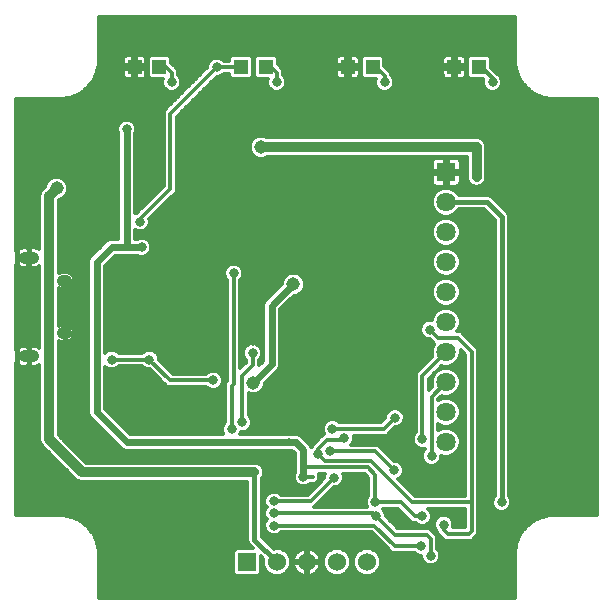
<source format=gbl>
G75*
%MOIN*%
%OFA0B0*%
%FSLAX25Y25*%
%IPPOS*%
%LPD*%
%AMOC8*
5,1,8,0,0,1.08239X$1,22.5*
%
%ADD10R,0.04724X0.04724*%
%ADD11R,0.06437X0.06437*%
%ADD12C,0.06437*%
%ADD13R,0.06024X0.06024*%
%ADD14C,0.06024*%
%ADD15C,0.04134*%
%ADD16C,0.03937*%
%ADD17C,0.03200*%
%ADD18C,0.01200*%
%ADD19C,0.01600*%
%ADD20C,0.03200*%
%ADD21C,0.04500*%
%ADD22C,0.02400*%
%ADD23C,0.01400*%
D10*
X0097114Y0241500D03*
X0105382Y0241500D03*
X0132646Y0241500D03*
X0140913Y0241500D03*
X0168177Y0241500D03*
X0176445Y0241500D03*
X0203705Y0241500D03*
X0211972Y0241500D03*
D11*
X0200961Y0206500D03*
D12*
X0200961Y0196500D03*
X0200961Y0186500D03*
X0200961Y0176500D03*
X0200961Y0166500D03*
X0200961Y0156500D03*
X0200961Y0146500D03*
X0200961Y0136500D03*
X0200961Y0126500D03*
X0200961Y0116500D03*
D13*
X0134543Y0076500D03*
D14*
X0144543Y0076500D03*
X0154543Y0076500D03*
X0164543Y0076500D03*
X0174543Y0076500D03*
D15*
X0074078Y0152740D02*
X0073292Y0152740D01*
X0073292Y0170260D02*
X0074078Y0170260D01*
D16*
X0060496Y0177937D02*
X0060496Y0177937D01*
X0063252Y0177937D01*
X0063252Y0177937D01*
X0060496Y0177937D01*
X0060496Y0145063D02*
X0060496Y0145063D01*
X0063252Y0145063D01*
X0063252Y0145063D01*
X0060496Y0145063D01*
D17*
X0061731Y0139000D03*
X0073918Y0146188D03*
X0078918Y0156188D03*
X0089543Y0144000D03*
X0102043Y0144000D03*
X0094543Y0130562D03*
X0117981Y0127437D03*
X0123293Y0137125D03*
X0136418Y0146188D03*
X0136731Y0150188D03*
X0123918Y0150875D03*
X0152043Y0148125D03*
X0165981Y0144625D03*
X0172043Y0157125D03*
X0173293Y0169938D03*
X0151543Y0160125D03*
X0130168Y0172750D03*
X0110793Y0192125D03*
X0104856Y0192125D03*
X0098981Y0189937D03*
X0099543Y0181500D03*
X0073606Y0177750D03*
X0062043Y0183687D03*
X0080541Y0211085D03*
X0094543Y0220750D03*
X0109543Y0236500D03*
X0124543Y0241500D03*
X0144543Y0236500D03*
X0139418Y0220875D03*
X0127543Y0211500D03*
X0139419Y0207750D03*
X0152543Y0207750D03*
X0144543Y0196500D03*
X0159543Y0189937D03*
X0177981Y0202750D03*
X0193918Y0194625D03*
X0193606Y0187125D03*
X0193606Y0176812D03*
X0194856Y0162750D03*
X0195481Y0154000D03*
X0192981Y0146188D03*
X0183918Y0124625D03*
X0177356Y0124625D03*
X0167043Y0117750D03*
X0162981Y0120875D03*
X0162356Y0113375D03*
X0158293Y0112437D03*
X0153293Y0104937D03*
X0163606Y0104625D03*
X0172981Y0104625D03*
X0177356Y0096500D03*
X0177668Y0091812D03*
X0184856Y0090875D03*
X0192981Y0091812D03*
X0200168Y0089000D03*
X0204543Y0090250D03*
X0214231Y0083688D03*
X0219543Y0076500D03*
X0195793Y0078688D03*
X0192668Y0081813D03*
X0172981Y0085250D03*
X0161731Y0096500D03*
X0143606Y0096812D03*
X0143606Y0092750D03*
X0143606Y0088687D03*
X0137043Y0106500D03*
X0129543Y0120875D03*
X0132981Y0123062D03*
X0119543Y0111500D03*
X0109543Y0106500D03*
X0069543Y0096500D03*
X0089543Y0076500D03*
X0183606Y0107125D03*
X0189543Y0105562D03*
X0196106Y0111812D03*
X0192981Y0117437D03*
X0205168Y0102437D03*
X0215481Y0097125D03*
X0219543Y0096500D03*
X0239543Y0096500D03*
X0216418Y0200562D03*
X0211165Y0204835D03*
X0211165Y0208272D03*
X0216418Y0207437D03*
X0239543Y0226500D03*
X0216418Y0236500D03*
X0219543Y0246500D03*
X0180481Y0236500D03*
X0169231Y0230250D03*
X0117356Y0202125D03*
X0069543Y0226500D03*
X0066106Y0220250D03*
X0089543Y0246500D03*
D18*
X0085277Y0078226D02*
X0085277Y0064675D01*
X0223809Y0064675D01*
X0223809Y0078226D01*
X0223766Y0078276D01*
X0223809Y0078880D01*
X0223809Y0079486D01*
X0223856Y0079532D01*
X0223896Y0080087D01*
X0223825Y0080196D01*
X0223942Y0080732D01*
X0223981Y0081279D01*
X0224079Y0081364D01*
X0224211Y0081970D01*
X0224157Y0082089D01*
X0224349Y0082602D01*
X0224465Y0083138D01*
X0224575Y0083208D01*
X0224792Y0083789D01*
X0224755Y0083914D01*
X0225018Y0084396D01*
X0225209Y0084909D01*
X0225328Y0084963D01*
X0225625Y0085508D01*
X0225606Y0085637D01*
X0225935Y0086076D01*
X0226198Y0086557D01*
X0226323Y0086593D01*
X0226694Y0087090D01*
X0226694Y0087220D01*
X0227082Y0087608D01*
X0227411Y0088047D01*
X0227539Y0088065D01*
X0227978Y0088504D01*
X0227997Y0088633D01*
X0228435Y0088961D01*
X0228823Y0089349D01*
X0228953Y0089349D01*
X0229450Y0089721D01*
X0229486Y0089846D01*
X0229968Y0090108D01*
X0230407Y0090437D01*
X0230536Y0090418D01*
X0231080Y0090716D01*
X0231134Y0090834D01*
X0231648Y0091026D01*
X0232129Y0091288D01*
X0232254Y0091252D01*
X0232835Y0091468D01*
X0232905Y0091578D01*
X0233441Y0091695D01*
X0233955Y0091886D01*
X0234073Y0091832D01*
X0234679Y0091964D01*
X0234764Y0092062D01*
X0235311Y0092101D01*
X0235847Y0092218D01*
X0235957Y0092148D01*
X0236511Y0092187D01*
X0236558Y0092234D01*
X0237163Y0092234D01*
X0237767Y0092277D01*
X0237817Y0092234D01*
X0251369Y0092234D01*
X0251369Y0230766D01*
X0237817Y0230766D01*
X0237767Y0230723D01*
X0237163Y0230766D01*
X0236558Y0230766D01*
X0236511Y0230813D01*
X0235957Y0230852D01*
X0235847Y0230782D01*
X0235311Y0230899D01*
X0234764Y0230938D01*
X0234679Y0231036D01*
X0234073Y0231168D01*
X0233955Y0231114D01*
X0233441Y0231305D01*
X0232905Y0231422D01*
X0232835Y0231532D01*
X0232254Y0231748D01*
X0232129Y0231712D01*
X0231648Y0231974D01*
X0231134Y0232166D01*
X0231080Y0232284D01*
X0230536Y0232582D01*
X0230407Y0232563D01*
X0229968Y0232892D01*
X0229486Y0233154D01*
X0229450Y0233279D01*
X0228953Y0233651D01*
X0228823Y0233651D01*
X0228435Y0234039D01*
X0227997Y0234367D01*
X0227978Y0234496D01*
X0227539Y0234935D01*
X0227411Y0234953D01*
X0227082Y0235392D01*
X0226694Y0235780D01*
X0226694Y0235910D01*
X0226323Y0236406D01*
X0226198Y0236443D01*
X0225935Y0236924D01*
X0225606Y0237363D01*
X0225625Y0237492D01*
X0225328Y0238037D01*
X0225209Y0238091D01*
X0225018Y0238604D01*
X0224755Y0239086D01*
X0224792Y0239211D01*
X0224575Y0239792D01*
X0224465Y0239862D01*
X0224349Y0240398D01*
X0224157Y0240911D01*
X0224211Y0241030D01*
X0224079Y0241636D01*
X0223981Y0241721D01*
X0223942Y0242268D01*
X0223825Y0242804D01*
X0223896Y0242913D01*
X0223856Y0243468D01*
X0223809Y0243514D01*
X0223809Y0244120D01*
X0223766Y0244724D01*
X0223809Y0244774D01*
X0223809Y0258325D01*
X0085277Y0258325D01*
X0085277Y0244774D01*
X0085320Y0244724D01*
X0085277Y0244120D01*
X0085277Y0243514D01*
X0085230Y0243468D01*
X0085191Y0242913D01*
X0085261Y0242804D01*
X0085145Y0242268D01*
X0085106Y0241721D01*
X0085007Y0241636D01*
X0084875Y0241030D01*
X0084929Y0240911D01*
X0084738Y0240398D01*
X0084621Y0239862D01*
X0084512Y0239792D01*
X0084295Y0239211D01*
X0084332Y0239086D01*
X0084069Y0238604D01*
X0083877Y0238091D01*
X0083759Y0238037D01*
X0083462Y0237492D01*
X0083480Y0237363D01*
X0083152Y0236924D01*
X0082889Y0236443D01*
X0082764Y0236406D01*
X0082392Y0235910D01*
X0082392Y0235780D01*
X0082005Y0235392D01*
X0081676Y0234953D01*
X0081547Y0234935D01*
X0081109Y0234496D01*
X0081090Y0234367D01*
X0080651Y0234039D01*
X0080263Y0233651D01*
X0080133Y0233651D01*
X0079637Y0233279D01*
X0079600Y0233154D01*
X0079119Y0232892D01*
X0078680Y0232563D01*
X0078551Y0232582D01*
X0078007Y0232284D01*
X0077953Y0232166D01*
X0077439Y0231974D01*
X0076958Y0231712D01*
X0076833Y0231748D01*
X0076252Y0231532D01*
X0076181Y0231422D01*
X0075646Y0231305D01*
X0075132Y0231114D01*
X0075013Y0231168D01*
X0074407Y0231036D01*
X0074322Y0230938D01*
X0073775Y0230899D01*
X0073240Y0230782D01*
X0073130Y0230852D01*
X0072576Y0230813D01*
X0072529Y0230766D01*
X0071923Y0230766D01*
X0071319Y0230723D01*
X0071269Y0230766D01*
X0057718Y0230766D01*
X0057718Y0180203D01*
X0057724Y0180212D01*
X0058221Y0180709D01*
X0058806Y0181099D01*
X0059455Y0181368D01*
X0060145Y0181505D01*
X0061490Y0181505D01*
X0061490Y0180718D01*
X0062258Y0180718D01*
X0062258Y0181505D01*
X0063603Y0181505D01*
X0064293Y0181368D01*
X0064942Y0181099D01*
X0065406Y0180790D01*
X0065406Y0199012D01*
X0065893Y0200188D01*
X0066793Y0201088D01*
X0067256Y0201550D01*
X0067256Y0201828D01*
X0067842Y0203243D01*
X0068925Y0204326D01*
X0070340Y0204912D01*
X0071872Y0204912D01*
X0073287Y0204326D01*
X0074370Y0203243D01*
X0074956Y0201828D01*
X0074956Y0200297D01*
X0074370Y0198882D01*
X0073287Y0197799D01*
X0072037Y0197281D01*
X0071806Y0197050D01*
X0071806Y0172740D01*
X0072356Y0173139D01*
X0075014Y0173139D01*
X0076528Y0172039D01*
X0076528Y0172039D01*
X0077106Y0170260D01*
X0077106Y0170260D01*
X0076528Y0168480D01*
X0076528Y0168480D01*
X0075014Y0167380D01*
X0072356Y0167380D01*
X0071806Y0167780D01*
X0071806Y0155220D01*
X0072356Y0155620D01*
X0075014Y0155620D01*
X0076528Y0154520D01*
X0076528Y0154520D01*
X0077106Y0152740D01*
X0077106Y0152740D01*
X0076528Y0150961D01*
X0076528Y0150961D01*
X0076528Y0150961D01*
X0075014Y0149861D01*
X0072356Y0149861D01*
X0071806Y0150260D01*
X0071806Y0118763D01*
X0080869Y0109700D01*
X0137680Y0109700D01*
X0138856Y0109213D01*
X0139756Y0108313D01*
X0140243Y0107137D01*
X0140243Y0105863D01*
X0139756Y0104687D01*
X0139443Y0104375D01*
X0139443Y0084994D01*
X0143414Y0081024D01*
X0143626Y0081112D01*
X0145461Y0081112D01*
X0147156Y0080410D01*
X0148453Y0079112D01*
X0149155Y0077417D01*
X0149155Y0075583D01*
X0148453Y0073888D01*
X0147156Y0072590D01*
X0145461Y0071888D01*
X0143626Y0071888D01*
X0141931Y0072590D01*
X0140634Y0073888D01*
X0139931Y0075583D01*
X0139931Y0077417D01*
X0140019Y0077630D01*
X0139155Y0078494D01*
X0139155Y0072825D01*
X0138218Y0071888D01*
X0130869Y0071888D01*
X0129931Y0072825D01*
X0129931Y0080175D01*
X0130869Y0081112D01*
X0136537Y0081112D01*
X0135009Y0082641D01*
X0134643Y0083523D01*
X0134643Y0103300D01*
X0078907Y0103300D01*
X0077731Y0103787D01*
X0065893Y0115625D01*
X0065406Y0116801D01*
X0065406Y0142210D01*
X0064942Y0141901D01*
X0064293Y0141632D01*
X0063603Y0141494D01*
X0062258Y0141494D01*
X0062258Y0142282D01*
X0061490Y0142282D01*
X0061490Y0141494D01*
X0060145Y0141494D01*
X0059455Y0141632D01*
X0058806Y0141901D01*
X0058221Y0142291D01*
X0057724Y0142788D01*
X0057718Y0142797D01*
X0057718Y0092234D01*
X0071269Y0092234D01*
X0071319Y0092277D01*
X0071923Y0092234D01*
X0072529Y0092234D01*
X0072576Y0092187D01*
X0073130Y0092148D01*
X0073240Y0092218D01*
X0073775Y0092101D01*
X0074322Y0092062D01*
X0074407Y0091964D01*
X0075013Y0091832D01*
X0075132Y0091886D01*
X0075646Y0091695D01*
X0076181Y0091578D01*
X0076252Y0091468D01*
X0076833Y0091252D01*
X0076958Y0091288D01*
X0077439Y0091026D01*
X0077953Y0090834D01*
X0078007Y0090716D01*
X0078551Y0090418D01*
X0078680Y0090437D01*
X0079119Y0090108D01*
X0079600Y0089846D01*
X0079637Y0089721D01*
X0080133Y0089349D01*
X0080263Y0089349D01*
X0080651Y0088961D01*
X0081090Y0088633D01*
X0081109Y0088504D01*
X0081547Y0088065D01*
X0081676Y0088047D01*
X0082005Y0087608D01*
X0082392Y0087220D01*
X0082392Y0087090D01*
X0082764Y0086593D01*
X0082889Y0086557D01*
X0083152Y0086076D01*
X0083480Y0085637D01*
X0083462Y0085508D01*
X0083759Y0084963D01*
X0083877Y0084909D01*
X0084069Y0084396D01*
X0084332Y0083914D01*
X0084295Y0083789D01*
X0084512Y0083208D01*
X0084621Y0083138D01*
X0084738Y0082602D01*
X0084929Y0082089D01*
X0084875Y0081970D01*
X0085007Y0081364D01*
X0085106Y0081279D01*
X0085145Y0080732D01*
X0085261Y0080196D01*
X0085191Y0080087D01*
X0085230Y0079532D01*
X0085277Y0079486D01*
X0085277Y0078880D01*
X0085320Y0078276D01*
X0085277Y0078226D01*
X0085320Y0078279D02*
X0129931Y0078279D01*
X0129931Y0077081D02*
X0085277Y0077081D01*
X0085277Y0075882D02*
X0129931Y0075882D01*
X0129931Y0074684D02*
X0085277Y0074684D01*
X0085277Y0073485D02*
X0129931Y0073485D01*
X0130470Y0072287D02*
X0085277Y0072287D01*
X0085277Y0071088D02*
X0223809Y0071088D01*
X0223809Y0069890D02*
X0085277Y0069890D01*
X0085277Y0068691D02*
X0223809Y0068691D01*
X0223809Y0067493D02*
X0085277Y0067493D01*
X0085277Y0066294D02*
X0223809Y0066294D01*
X0223809Y0065096D02*
X0085277Y0065096D01*
X0085277Y0079478D02*
X0129931Y0079478D01*
X0130433Y0080676D02*
X0085157Y0080676D01*
X0084896Y0081875D02*
X0135774Y0081875D01*
X0134829Y0083073D02*
X0084635Y0083073D01*
X0084137Y0084272D02*
X0134643Y0084272D01*
X0134643Y0085470D02*
X0083482Y0085470D01*
X0082708Y0086669D02*
X0134643Y0086669D01*
X0134643Y0087867D02*
X0081810Y0087867D01*
X0080547Y0089066D02*
X0134643Y0089066D01*
X0134643Y0090264D02*
X0078911Y0090264D01*
X0076267Y0091463D02*
X0134643Y0091463D01*
X0134643Y0092661D02*
X0057718Y0092661D01*
X0057718Y0093860D02*
X0134643Y0093860D01*
X0134643Y0095058D02*
X0057718Y0095058D01*
X0057718Y0096257D02*
X0134643Y0096257D01*
X0134643Y0097455D02*
X0057718Y0097455D01*
X0057718Y0098654D02*
X0134643Y0098654D01*
X0134643Y0099852D02*
X0057718Y0099852D01*
X0057718Y0101051D02*
X0134643Y0101051D01*
X0134643Y0102249D02*
X0057718Y0102249D01*
X0057718Y0103448D02*
X0078550Y0103448D01*
X0076871Y0104646D02*
X0057718Y0104646D01*
X0057718Y0105845D02*
X0075673Y0105845D01*
X0074474Y0107043D02*
X0057718Y0107043D01*
X0057718Y0108242D02*
X0073276Y0108242D01*
X0072077Y0109440D02*
X0057718Y0109440D01*
X0057718Y0110639D02*
X0070879Y0110639D01*
X0069680Y0111837D02*
X0057718Y0111837D01*
X0057718Y0113036D02*
X0068482Y0113036D01*
X0067283Y0114234D02*
X0057718Y0114234D01*
X0057718Y0115433D02*
X0066085Y0115433D01*
X0065476Y0116632D02*
X0057718Y0116632D01*
X0057718Y0117830D02*
X0065406Y0117830D01*
X0065406Y0119029D02*
X0057718Y0119029D01*
X0057718Y0120227D02*
X0065406Y0120227D01*
X0065406Y0121426D02*
X0057718Y0121426D01*
X0057718Y0122624D02*
X0065406Y0122624D01*
X0065406Y0123823D02*
X0057718Y0123823D01*
X0057718Y0125021D02*
X0065406Y0125021D01*
X0065406Y0126220D02*
X0057718Y0126220D01*
X0057718Y0127418D02*
X0065406Y0127418D01*
X0065406Y0128617D02*
X0057718Y0128617D01*
X0057718Y0129815D02*
X0065406Y0129815D01*
X0065406Y0131014D02*
X0057718Y0131014D01*
X0057718Y0132212D02*
X0065406Y0132212D01*
X0065406Y0133411D02*
X0057718Y0133411D01*
X0057718Y0134609D02*
X0065406Y0134609D01*
X0065406Y0135808D02*
X0057718Y0135808D01*
X0057718Y0137006D02*
X0065406Y0137006D01*
X0065406Y0138205D02*
X0057718Y0138205D01*
X0057718Y0139403D02*
X0065406Y0139403D01*
X0065406Y0140602D02*
X0057718Y0140602D01*
X0057718Y0141800D02*
X0059048Y0141800D01*
X0061490Y0141800D02*
X0062258Y0141800D01*
X0064700Y0141800D02*
X0065406Y0141800D01*
X0071806Y0141800D02*
X0081743Y0141800D01*
X0081743Y0140602D02*
X0071806Y0140602D01*
X0071806Y0139403D02*
X0081743Y0139403D01*
X0081743Y0138205D02*
X0071806Y0138205D01*
X0071806Y0137006D02*
X0081743Y0137006D01*
X0081743Y0135808D02*
X0071806Y0135808D01*
X0071806Y0134609D02*
X0081743Y0134609D01*
X0081743Y0133411D02*
X0071806Y0133411D01*
X0071806Y0132212D02*
X0081743Y0132212D01*
X0081743Y0131014D02*
X0071806Y0131014D01*
X0071806Y0129815D02*
X0081743Y0129815D01*
X0081743Y0128617D02*
X0071806Y0128617D01*
X0071806Y0127418D02*
X0081743Y0127418D01*
X0081743Y0126220D02*
X0071806Y0126220D01*
X0071806Y0125021D02*
X0082125Y0125021D01*
X0082170Y0124914D02*
X0082957Y0124126D01*
X0092170Y0114914D01*
X0092957Y0114126D01*
X0093986Y0113700D01*
X0149634Y0113700D01*
X0150493Y0112840D01*
X0150493Y0106540D01*
X0150093Y0105574D01*
X0150093Y0104301D01*
X0150580Y0103125D01*
X0151481Y0102225D01*
X0152657Y0101737D01*
X0153930Y0101737D01*
X0155106Y0102225D01*
X0155519Y0102637D01*
X0157371Y0102637D01*
X0158718Y0103985D01*
X0158718Y0105762D01*
X0160613Y0105762D01*
X0160406Y0105262D01*
X0160406Y0104536D01*
X0154882Y0099012D01*
X0145931Y0099012D01*
X0145418Y0099525D01*
X0144242Y0100012D01*
X0142969Y0100012D01*
X0141793Y0099525D01*
X0140893Y0098625D01*
X0140406Y0097449D01*
X0140406Y0096176D01*
X0140893Y0095000D01*
X0141112Y0094781D01*
X0140893Y0094563D01*
X0140406Y0093387D01*
X0140406Y0092113D01*
X0140893Y0090937D01*
X0141112Y0090719D01*
X0140893Y0090500D01*
X0140406Y0089324D01*
X0140406Y0088051D01*
X0140893Y0086875D01*
X0141793Y0085975D01*
X0142969Y0085488D01*
X0144242Y0085488D01*
X0145418Y0085975D01*
X0145931Y0086487D01*
X0176132Y0086487D01*
X0183007Y0079613D01*
X0190343Y0079613D01*
X0190856Y0079100D01*
X0192032Y0078613D01*
X0192593Y0078613D01*
X0192593Y0078051D01*
X0193080Y0076875D01*
X0193981Y0075975D01*
X0195157Y0075488D01*
X0196430Y0075488D01*
X0197606Y0075975D01*
X0198506Y0076875D01*
X0198993Y0078051D01*
X0198993Y0079324D01*
X0198506Y0080500D01*
X0197993Y0081013D01*
X0197993Y0085224D01*
X0196743Y0086474D01*
X0195455Y0087762D01*
X0184830Y0087762D01*
X0180868Y0091724D01*
X0180868Y0092449D01*
X0180381Y0093625D01*
X0179806Y0094200D01*
X0184841Y0094200D01*
X0189528Y0089512D01*
X0190755Y0089512D01*
X0191168Y0089100D01*
X0192344Y0088612D01*
X0193617Y0088612D01*
X0194793Y0089100D01*
X0195694Y0090000D01*
X0196181Y0091176D01*
X0196181Y0092449D01*
X0195694Y0093625D01*
X0195019Y0094300D01*
X0207343Y0094300D01*
X0207343Y0088075D01*
X0203249Y0088075D01*
X0203368Y0088363D01*
X0203368Y0089637D01*
X0202881Y0090813D01*
X0201981Y0091713D01*
X0200805Y0092200D01*
X0199532Y0092200D01*
X0198356Y0091713D01*
X0197455Y0090813D01*
X0196968Y0089637D01*
X0196968Y0088363D01*
X0197455Y0087187D01*
X0197968Y0086675D01*
X0197968Y0086214D01*
X0199218Y0084964D01*
X0200507Y0083675D01*
X0209517Y0083675D01*
X0211743Y0085901D01*
X0211743Y0147411D01*
X0210455Y0148700D01*
X0205767Y0153387D01*
X0204662Y0153387D01*
X0205046Y0153771D01*
X0205779Y0155542D01*
X0205779Y0157458D01*
X0205046Y0159229D01*
X0203690Y0160585D01*
X0201919Y0161318D01*
X0200002Y0161318D01*
X0198231Y0160585D01*
X0196876Y0159229D01*
X0196142Y0157458D01*
X0196142Y0157190D01*
X0196117Y0157200D01*
X0194844Y0157200D01*
X0193668Y0156713D01*
X0192768Y0155813D01*
X0192281Y0154637D01*
X0192281Y0153363D01*
X0192768Y0152187D01*
X0193668Y0151287D01*
X0194844Y0150800D01*
X0195570Y0150800D01*
X0196093Y0150276D01*
X0197008Y0149362D01*
X0196876Y0149229D01*
X0196142Y0147458D01*
X0196142Y0145542D01*
X0196361Y0145012D01*
X0190781Y0139431D01*
X0190781Y0119763D01*
X0190268Y0119250D01*
X0189781Y0118074D01*
X0189781Y0116801D01*
X0190268Y0115625D01*
X0191168Y0114725D01*
X0192344Y0114237D01*
X0193617Y0114237D01*
X0193906Y0114357D01*
X0193906Y0114138D01*
X0193393Y0113625D01*
X0192906Y0112449D01*
X0192906Y0111176D01*
X0193393Y0110000D01*
X0194293Y0109100D01*
X0195469Y0108612D01*
X0196742Y0108612D01*
X0197918Y0109100D01*
X0198819Y0110000D01*
X0199306Y0111176D01*
X0199306Y0111970D01*
X0200002Y0111681D01*
X0201919Y0111681D01*
X0203690Y0112415D01*
X0205046Y0113771D01*
X0205779Y0115542D01*
X0205779Y0117458D01*
X0205046Y0119229D01*
X0203690Y0120585D01*
X0201919Y0121318D01*
X0200002Y0121318D01*
X0198306Y0120616D01*
X0198306Y0122384D01*
X0200002Y0121681D01*
X0201919Y0121681D01*
X0203690Y0122415D01*
X0205046Y0123771D01*
X0205779Y0125542D01*
X0205779Y0127458D01*
X0205046Y0129229D01*
X0203690Y0130585D01*
X0201919Y0131318D01*
X0200002Y0131318D01*
X0198306Y0130616D01*
X0198306Y0130734D01*
X0199473Y0131901D01*
X0200002Y0131681D01*
X0201919Y0131681D01*
X0203690Y0132415D01*
X0205046Y0133771D01*
X0205779Y0135542D01*
X0205779Y0137458D01*
X0205046Y0139229D01*
X0203690Y0140585D01*
X0201919Y0141318D01*
X0200002Y0141318D01*
X0198231Y0140585D01*
X0196876Y0139229D01*
X0196142Y0137458D01*
X0196142Y0135542D01*
X0196361Y0135012D01*
X0195181Y0133831D01*
X0195181Y0137609D01*
X0199473Y0141901D01*
X0200002Y0141681D01*
X0201919Y0141681D01*
X0203690Y0142415D01*
X0205046Y0143771D01*
X0205779Y0145542D01*
X0205779Y0147153D01*
X0207343Y0145589D01*
X0207343Y0098700D01*
X0190455Y0098700D01*
X0184940Y0104214D01*
X0185418Y0104412D01*
X0186319Y0105312D01*
X0186806Y0106488D01*
X0186806Y0107762D01*
X0186319Y0108938D01*
X0185418Y0109838D01*
X0184242Y0110325D01*
X0183517Y0110325D01*
X0178267Y0115575D01*
X0169394Y0115575D01*
X0169756Y0115937D01*
X0170243Y0117113D01*
X0170243Y0118387D01*
X0170124Y0118675D01*
X0181080Y0118675D01*
X0183830Y0121425D01*
X0184555Y0121425D01*
X0185731Y0121912D01*
X0186631Y0122812D01*
X0187118Y0123988D01*
X0187118Y0125262D01*
X0186631Y0126438D01*
X0185731Y0127338D01*
X0184555Y0127825D01*
X0183282Y0127825D01*
X0182106Y0127338D01*
X0181205Y0126438D01*
X0180718Y0125262D01*
X0180718Y0124536D01*
X0179257Y0123075D01*
X0165306Y0123075D01*
X0164793Y0123588D01*
X0163617Y0124075D01*
X0162344Y0124075D01*
X0161168Y0123588D01*
X0160268Y0122688D01*
X0159781Y0121512D01*
X0159781Y0120238D01*
X0160170Y0119300D01*
X0158906Y0118036D01*
X0156093Y0115224D01*
X0156093Y0114763D01*
X0156033Y0114703D01*
X0155667Y0115586D01*
X0152379Y0118874D01*
X0151350Y0119300D01*
X0149542Y0119300D01*
X0149517Y0119325D01*
X0147695Y0119325D01*
X0147670Y0119300D01*
X0132355Y0119300D01*
X0132588Y0119862D01*
X0133617Y0119862D01*
X0134793Y0120350D01*
X0135694Y0121250D01*
X0136181Y0122426D01*
X0136181Y0123699D01*
X0135694Y0124875D01*
X0135181Y0125388D01*
X0135181Y0132787D01*
X0135965Y0132463D01*
X0137497Y0132463D01*
X0138912Y0133049D01*
X0139995Y0134132D01*
X0140581Y0135547D01*
X0140581Y0136203D01*
X0145167Y0140789D01*
X0145593Y0141818D01*
X0145593Y0160715D01*
X0150153Y0165275D01*
X0150809Y0165275D01*
X0152224Y0165861D01*
X0153307Y0166944D01*
X0153893Y0168359D01*
X0153893Y0169891D01*
X0153307Y0171306D01*
X0152224Y0172389D01*
X0150809Y0172975D01*
X0149277Y0172975D01*
X0147862Y0172389D01*
X0146779Y0171306D01*
X0146193Y0169891D01*
X0146193Y0169235D01*
X0140420Y0163461D01*
X0139993Y0162432D01*
X0139993Y0143535D01*
X0138618Y0142160D01*
X0138618Y0143862D01*
X0139131Y0144375D01*
X0139618Y0145551D01*
X0139618Y0146824D01*
X0139131Y0148000D01*
X0138231Y0148900D01*
X0137055Y0149387D01*
X0135782Y0149387D01*
X0134606Y0148900D01*
X0133705Y0148000D01*
X0133218Y0146824D01*
X0133218Y0145551D01*
X0133705Y0144375D01*
X0134218Y0143862D01*
X0134218Y0143036D01*
X0132368Y0141186D01*
X0132368Y0170425D01*
X0132881Y0170937D01*
X0133368Y0172113D01*
X0133368Y0173387D01*
X0132881Y0174563D01*
X0131981Y0175463D01*
X0130805Y0175950D01*
X0129532Y0175950D01*
X0128356Y0175463D01*
X0127455Y0174563D01*
X0126968Y0173387D01*
X0126968Y0172113D01*
X0127455Y0170937D01*
X0127968Y0170425D01*
X0127968Y0136786D01*
X0127343Y0136161D01*
X0127343Y0123200D01*
X0126830Y0122688D01*
X0126343Y0121512D01*
X0126343Y0120238D01*
X0126732Y0119300D01*
X0095703Y0119300D01*
X0087343Y0127660D01*
X0087343Y0141675D01*
X0087731Y0141287D01*
X0088907Y0140800D01*
X0090180Y0140800D01*
X0091356Y0141287D01*
X0091869Y0141800D01*
X0099718Y0141800D01*
X0100231Y0141287D01*
X0101407Y0140800D01*
X0102132Y0140800D01*
X0106718Y0136214D01*
X0108007Y0134925D01*
X0120968Y0134925D01*
X0121481Y0134412D01*
X0122657Y0133925D01*
X0123930Y0133925D01*
X0125106Y0134412D01*
X0126006Y0135312D01*
X0126493Y0136488D01*
X0126493Y0137762D01*
X0126006Y0138938D01*
X0125106Y0139838D01*
X0123930Y0140325D01*
X0122657Y0140325D01*
X0121481Y0139838D01*
X0120968Y0139325D01*
X0109830Y0139325D01*
X0105243Y0143911D01*
X0105243Y0144637D01*
X0104756Y0145813D01*
X0103856Y0146713D01*
X0102680Y0147200D01*
X0101407Y0147200D01*
X0100231Y0146713D01*
X0099718Y0146200D01*
X0091869Y0146200D01*
X0091356Y0146713D01*
X0090180Y0147200D01*
X0088907Y0147200D01*
X0087731Y0146713D01*
X0087343Y0146325D01*
X0087343Y0175340D01*
X0090703Y0178700D01*
X0097941Y0178700D01*
X0098907Y0178300D01*
X0100180Y0178300D01*
X0101356Y0178787D01*
X0102256Y0179687D01*
X0102743Y0180863D01*
X0102743Y0182137D01*
X0102256Y0183313D01*
X0101356Y0184213D01*
X0100180Y0184700D01*
X0098907Y0184700D01*
X0097941Y0184300D01*
X0097343Y0184300D01*
X0097343Y0187152D01*
X0098344Y0186737D01*
X0099617Y0186737D01*
X0100793Y0187225D01*
X0101694Y0188125D01*
X0102181Y0189301D01*
X0102181Y0190574D01*
X0102048Y0190894D01*
X0111181Y0200026D01*
X0111181Y0225026D01*
X0124455Y0238300D01*
X0125180Y0238300D01*
X0126356Y0238787D01*
X0126869Y0239300D01*
X0128683Y0239300D01*
X0128683Y0238475D01*
X0129621Y0237538D01*
X0135671Y0237538D01*
X0136608Y0238475D01*
X0136608Y0244525D01*
X0135671Y0245462D01*
X0129621Y0245462D01*
X0128683Y0244525D01*
X0128683Y0243700D01*
X0126869Y0243700D01*
X0126356Y0244213D01*
X0125180Y0244700D01*
X0123907Y0244700D01*
X0122731Y0244213D01*
X0121830Y0243313D01*
X0121343Y0242137D01*
X0121343Y0241411D01*
X0108070Y0228137D01*
X0106781Y0226849D01*
X0106781Y0201849D01*
X0098070Y0193137D01*
X0097875Y0192943D01*
X0097343Y0192723D01*
X0097343Y0219148D01*
X0097743Y0220113D01*
X0097743Y0221387D01*
X0097256Y0222563D01*
X0096356Y0223463D01*
X0095180Y0223950D01*
X0093907Y0223950D01*
X0092731Y0223463D01*
X0091830Y0222563D01*
X0091343Y0221387D01*
X0091343Y0220113D01*
X0091743Y0219148D01*
X0091743Y0184300D01*
X0088986Y0184300D01*
X0087957Y0183874D01*
X0082957Y0178874D01*
X0082170Y0178086D01*
X0081743Y0177057D01*
X0081743Y0125943D01*
X0082170Y0124914D01*
X0082957Y0124126D02*
X0082957Y0124126D01*
X0083261Y0123823D02*
X0071806Y0123823D01*
X0071806Y0122624D02*
X0084459Y0122624D01*
X0085658Y0121426D02*
X0071806Y0121426D01*
X0071806Y0120227D02*
X0086856Y0120227D01*
X0088055Y0119029D02*
X0071806Y0119029D01*
X0072739Y0117830D02*
X0089253Y0117830D01*
X0090452Y0116632D02*
X0073937Y0116632D01*
X0075136Y0115433D02*
X0091651Y0115433D01*
X0092170Y0114914D02*
X0092170Y0114914D01*
X0092849Y0114234D02*
X0076334Y0114234D01*
X0077533Y0113036D02*
X0150298Y0113036D01*
X0150493Y0111837D02*
X0078731Y0111837D01*
X0079930Y0110639D02*
X0150493Y0110639D01*
X0150493Y0109440D02*
X0138306Y0109440D01*
X0139785Y0108242D02*
X0150493Y0108242D01*
X0150493Y0107043D02*
X0140243Y0107043D01*
X0140236Y0105845D02*
X0150206Y0105845D01*
X0150093Y0104646D02*
X0139715Y0104646D01*
X0139443Y0103448D02*
X0150447Y0103448D01*
X0151456Y0102249D02*
X0139443Y0102249D01*
X0139443Y0101051D02*
X0156920Y0101051D01*
X0155722Y0099852D02*
X0144629Y0099852D01*
X0142583Y0099852D02*
X0139443Y0099852D01*
X0139443Y0098654D02*
X0140922Y0098654D01*
X0140408Y0097455D02*
X0139443Y0097455D01*
X0139443Y0096257D02*
X0140406Y0096257D01*
X0140869Y0095058D02*
X0139443Y0095058D01*
X0139443Y0093860D02*
X0140602Y0093860D01*
X0140406Y0092661D02*
X0139443Y0092661D01*
X0139443Y0091463D02*
X0140675Y0091463D01*
X0140795Y0090264D02*
X0139443Y0090264D01*
X0139443Y0089066D02*
X0140406Y0089066D01*
X0140482Y0087867D02*
X0139443Y0087867D01*
X0139443Y0086669D02*
X0141099Y0086669D01*
X0139443Y0085470D02*
X0177149Y0085470D01*
X0178348Y0084272D02*
X0140166Y0084272D01*
X0141364Y0083073D02*
X0179546Y0083073D01*
X0180745Y0081875D02*
X0142563Y0081875D01*
X0146512Y0080676D02*
X0152581Y0080676D01*
X0152773Y0080774D02*
X0152126Y0080444D01*
X0151539Y0080018D01*
X0151026Y0079504D01*
X0150599Y0078917D01*
X0150269Y0078270D01*
X0150045Y0077580D01*
X0149938Y0076904D01*
X0154139Y0076904D01*
X0154139Y0076096D01*
X0149938Y0076096D01*
X0150045Y0075420D01*
X0150269Y0074730D01*
X0150599Y0074083D01*
X0151026Y0073496D01*
X0151539Y0072982D01*
X0152126Y0072556D01*
X0152773Y0072226D01*
X0153463Y0072002D01*
X0154139Y0071895D01*
X0154139Y0076096D01*
X0154947Y0076096D01*
X0154947Y0071895D01*
X0155623Y0072002D01*
X0156314Y0072226D01*
X0156960Y0072556D01*
X0157548Y0072982D01*
X0158061Y0073496D01*
X0158488Y0074083D01*
X0158817Y0074730D01*
X0159042Y0075420D01*
X0159149Y0076096D01*
X0154947Y0076096D01*
X0154947Y0076904D01*
X0154139Y0076904D01*
X0154139Y0081105D01*
X0153463Y0080998D01*
X0152773Y0080774D01*
X0154139Y0080676D02*
X0154947Y0080676D01*
X0154947Y0081105D02*
X0155623Y0080998D01*
X0156314Y0080774D01*
X0156960Y0080444D01*
X0157548Y0080018D01*
X0158061Y0079504D01*
X0158488Y0078917D01*
X0158817Y0078270D01*
X0159042Y0077580D01*
X0159149Y0076904D01*
X0154947Y0076904D01*
X0154947Y0081105D01*
X0156505Y0080676D02*
X0162574Y0080676D01*
X0161931Y0080410D02*
X0160634Y0079112D01*
X0159931Y0077417D01*
X0159931Y0075583D01*
X0160634Y0073888D01*
X0161931Y0072590D01*
X0163626Y0071888D01*
X0165461Y0071888D01*
X0167156Y0072590D01*
X0168453Y0073888D01*
X0169155Y0075583D01*
X0169155Y0077417D01*
X0168453Y0079112D01*
X0167156Y0080410D01*
X0165461Y0081112D01*
X0163626Y0081112D01*
X0161931Y0080410D01*
X0160999Y0079478D02*
X0158080Y0079478D01*
X0158813Y0078279D02*
X0160288Y0078279D01*
X0159931Y0077081D02*
X0159121Y0077081D01*
X0159115Y0075882D02*
X0159931Y0075882D01*
X0160304Y0074684D02*
X0158794Y0074684D01*
X0158050Y0073485D02*
X0161036Y0073485D01*
X0162664Y0072287D02*
X0156432Y0072287D01*
X0154947Y0072287D02*
X0154139Y0072287D01*
X0154139Y0073485D02*
X0154947Y0073485D01*
X0154947Y0074684D02*
X0154139Y0074684D01*
X0154139Y0075882D02*
X0154947Y0075882D01*
X0154947Y0077081D02*
X0154139Y0077081D01*
X0154139Y0078279D02*
X0154947Y0078279D01*
X0154947Y0079478D02*
X0154139Y0079478D01*
X0151006Y0079478D02*
X0148088Y0079478D01*
X0148798Y0078279D02*
X0150274Y0078279D01*
X0149966Y0077081D02*
X0149155Y0077081D01*
X0149155Y0075882D02*
X0149972Y0075882D01*
X0150293Y0074684D02*
X0148783Y0074684D01*
X0148051Y0073485D02*
X0151036Y0073485D01*
X0152654Y0072287D02*
X0146423Y0072287D01*
X0142664Y0072287D02*
X0138616Y0072287D01*
X0139155Y0073485D02*
X0141036Y0073485D01*
X0140304Y0074684D02*
X0139155Y0074684D01*
X0139155Y0075882D02*
X0139931Y0075882D01*
X0139931Y0077081D02*
X0139155Y0077081D01*
X0139155Y0078279D02*
X0139370Y0078279D01*
X0143606Y0088687D02*
X0177043Y0088687D01*
X0183918Y0081813D01*
X0192668Y0081813D01*
X0190478Y0079478D02*
X0178088Y0079478D01*
X0178453Y0079112D02*
X0177156Y0080410D01*
X0175461Y0081112D01*
X0173626Y0081112D01*
X0171931Y0080410D01*
X0170634Y0079112D01*
X0169931Y0077417D01*
X0169931Y0075583D01*
X0170634Y0073888D01*
X0171931Y0072590D01*
X0173626Y0071888D01*
X0175461Y0071888D01*
X0177156Y0072590D01*
X0178453Y0073888D01*
X0179155Y0075583D01*
X0179155Y0077417D01*
X0178453Y0079112D01*
X0178798Y0078279D02*
X0192593Y0078279D01*
X0192995Y0077081D02*
X0179155Y0077081D01*
X0179155Y0075882D02*
X0194204Y0075882D01*
X0197383Y0075882D02*
X0223809Y0075882D01*
X0223809Y0074684D02*
X0178783Y0074684D01*
X0178051Y0073485D02*
X0223809Y0073485D01*
X0223809Y0072287D02*
X0176423Y0072287D01*
X0172664Y0072287D02*
X0166423Y0072287D01*
X0168051Y0073485D02*
X0171036Y0073485D01*
X0170304Y0074684D02*
X0168783Y0074684D01*
X0169155Y0075882D02*
X0169931Y0075882D01*
X0169931Y0077081D02*
X0169155Y0077081D01*
X0168798Y0078279D02*
X0170288Y0078279D01*
X0170999Y0079478D02*
X0168088Y0079478D01*
X0166512Y0080676D02*
X0172574Y0080676D01*
X0176512Y0080676D02*
X0181943Y0080676D01*
X0183918Y0085563D02*
X0177668Y0091812D01*
X0176731Y0092750D01*
X0143606Y0092750D01*
X0143606Y0096812D02*
X0155793Y0096812D01*
X0163606Y0104625D01*
X0166806Y0104646D02*
X0175019Y0104646D01*
X0175056Y0104610D02*
X0175056Y0098725D01*
X0174643Y0098313D01*
X0174156Y0097137D01*
X0174156Y0095863D01*
X0174534Y0094950D01*
X0157042Y0094950D01*
X0163517Y0101425D01*
X0164242Y0101425D01*
X0165418Y0101912D01*
X0166319Y0102812D01*
X0166806Y0103988D01*
X0166806Y0105262D01*
X0166598Y0105762D01*
X0173903Y0105762D01*
X0175056Y0104610D01*
X0175056Y0103448D02*
X0166582Y0103448D01*
X0165756Y0102249D02*
X0175056Y0102249D01*
X0175056Y0101051D02*
X0163143Y0101051D01*
X0161944Y0099852D02*
X0175056Y0099852D01*
X0174984Y0098654D02*
X0160746Y0098654D01*
X0159547Y0097455D02*
X0174288Y0097455D01*
X0174156Y0096257D02*
X0158349Y0096257D01*
X0157150Y0095058D02*
X0174489Y0095058D01*
X0180146Y0093860D02*
X0185181Y0093860D01*
X0186379Y0092661D02*
X0180780Y0092661D01*
X0181129Y0091463D02*
X0187578Y0091463D01*
X0188776Y0090264D02*
X0182328Y0090264D01*
X0183526Y0089066D02*
X0191250Y0089066D01*
X0194712Y0089066D02*
X0196968Y0089066D01*
X0197174Y0087867D02*
X0184725Y0087867D01*
X0183918Y0085563D02*
X0194543Y0085563D01*
X0195793Y0084313D01*
X0195793Y0078688D01*
X0198330Y0080676D02*
X0223930Y0080676D01*
X0223809Y0079478D02*
X0198930Y0079478D01*
X0198993Y0078279D02*
X0223766Y0078279D01*
X0223809Y0077081D02*
X0198591Y0077081D01*
X0197993Y0081875D02*
X0224191Y0081875D01*
X0224451Y0083073D02*
X0197993Y0083073D01*
X0197993Y0084272D02*
X0199910Y0084272D01*
X0198712Y0085470D02*
X0197747Y0085470D01*
X0197968Y0086669D02*
X0196548Y0086669D01*
X0200168Y0087125D02*
X0200168Y0089000D01*
X0200168Y0087125D02*
X0201418Y0085875D01*
X0208606Y0085875D01*
X0209543Y0086812D01*
X0209543Y0096500D01*
X0189543Y0096500D01*
X0175793Y0110250D01*
X0160481Y0110250D01*
X0158293Y0112437D01*
X0158293Y0114312D01*
X0161106Y0117125D01*
X0166418Y0117125D01*
X0167043Y0117750D01*
X0170243Y0117830D02*
X0189781Y0117830D01*
X0189851Y0116632D02*
X0170044Y0116632D01*
X0177356Y0113375D02*
X0162356Y0113375D01*
X0157501Y0116632D02*
X0154622Y0116632D01*
X0155730Y0115433D02*
X0156303Y0115433D01*
X0158700Y0117830D02*
X0153423Y0117830D01*
X0152006Y0119029D02*
X0159898Y0119029D01*
X0159786Y0120227D02*
X0134497Y0120227D01*
X0135766Y0121426D02*
X0159781Y0121426D01*
X0160242Y0122624D02*
X0136181Y0122624D01*
X0136130Y0123823D02*
X0161735Y0123823D01*
X0164227Y0123823D02*
X0180005Y0123823D01*
X0180718Y0125021D02*
X0135548Y0125021D01*
X0135181Y0126220D02*
X0181115Y0126220D01*
X0182300Y0127418D02*
X0135181Y0127418D01*
X0135181Y0128617D02*
X0190781Y0128617D01*
X0190781Y0129815D02*
X0135181Y0129815D01*
X0135181Y0131014D02*
X0190781Y0131014D01*
X0190781Y0132212D02*
X0135181Y0132212D01*
X0139274Y0133411D02*
X0190781Y0133411D01*
X0190781Y0134609D02*
X0140192Y0134609D01*
X0140581Y0135808D02*
X0190781Y0135808D01*
X0190781Y0137006D02*
X0141384Y0137006D01*
X0142583Y0138205D02*
X0190781Y0138205D01*
X0190781Y0139403D02*
X0143781Y0139403D01*
X0144980Y0140602D02*
X0191951Y0140602D01*
X0193150Y0141800D02*
X0145586Y0141800D01*
X0145593Y0142999D02*
X0194348Y0142999D01*
X0195547Y0144197D02*
X0145593Y0144197D01*
X0145593Y0145396D02*
X0196202Y0145396D01*
X0196142Y0146594D02*
X0145593Y0146594D01*
X0145593Y0147793D02*
X0196281Y0147793D01*
X0196777Y0148991D02*
X0145593Y0148991D01*
X0145593Y0150190D02*
X0196180Y0150190D01*
X0196093Y0150276D02*
X0196093Y0150276D01*
X0198293Y0151188D02*
X0195481Y0154000D01*
X0193138Y0156182D02*
X0145593Y0156182D01*
X0145593Y0154984D02*
X0192425Y0154984D01*
X0192281Y0153785D02*
X0145593Y0153785D01*
X0145593Y0152587D02*
X0192602Y0152587D01*
X0193567Y0151388D02*
X0145593Y0151388D01*
X0139993Y0151388D02*
X0132368Y0151388D01*
X0132368Y0150190D02*
X0139993Y0150190D01*
X0139993Y0148991D02*
X0138011Y0148991D01*
X0139217Y0147793D02*
X0139993Y0147793D01*
X0139993Y0146594D02*
X0139618Y0146594D01*
X0139554Y0145396D02*
X0139993Y0145396D01*
X0139993Y0144197D02*
X0138954Y0144197D01*
X0138618Y0142999D02*
X0139457Y0142999D01*
X0136418Y0142125D02*
X0132981Y0138688D01*
X0132981Y0123062D01*
X0129543Y0120875D02*
X0129543Y0135250D01*
X0130168Y0135875D01*
X0130168Y0172750D01*
X0127828Y0170565D02*
X0087343Y0170565D01*
X0087343Y0171763D02*
X0127113Y0171763D01*
X0126968Y0172962D02*
X0087343Y0172962D01*
X0087343Y0174160D02*
X0127289Y0174160D01*
X0128251Y0175359D02*
X0087362Y0175359D01*
X0088560Y0176557D02*
X0196142Y0176557D01*
X0196142Y0177458D02*
X0196142Y0175542D01*
X0196876Y0173771D01*
X0198231Y0172415D01*
X0200002Y0171681D01*
X0201919Y0171681D01*
X0203690Y0172415D01*
X0205046Y0173771D01*
X0205779Y0175542D01*
X0205779Y0177458D01*
X0205046Y0179229D01*
X0203690Y0180585D01*
X0201919Y0181318D01*
X0200002Y0181318D01*
X0198231Y0180585D01*
X0196876Y0179229D01*
X0196142Y0177458D01*
X0196265Y0177756D02*
X0089759Y0177756D01*
X0085435Y0181351D02*
X0071806Y0181351D01*
X0071806Y0180153D02*
X0084236Y0180153D01*
X0083038Y0178954D02*
X0071806Y0178954D01*
X0071806Y0177756D02*
X0082033Y0177756D01*
X0081743Y0176557D02*
X0071806Y0176557D01*
X0071806Y0175359D02*
X0081743Y0175359D01*
X0081743Y0174160D02*
X0071806Y0174160D01*
X0071806Y0172962D02*
X0072111Y0172962D01*
X0075259Y0172962D02*
X0081743Y0172962D01*
X0081743Y0171763D02*
X0076618Y0171763D01*
X0077007Y0170565D02*
X0081743Y0170565D01*
X0081743Y0169366D02*
X0076816Y0169366D01*
X0076528Y0168480D02*
X0076528Y0168480D01*
X0076098Y0168168D02*
X0081743Y0168168D01*
X0081743Y0166969D02*
X0071806Y0166969D01*
X0071806Y0165770D02*
X0081743Y0165770D01*
X0081743Y0164572D02*
X0071806Y0164572D01*
X0071806Y0163373D02*
X0081743Y0163373D01*
X0081743Y0162175D02*
X0071806Y0162175D01*
X0071806Y0160976D02*
X0081743Y0160976D01*
X0081743Y0159778D02*
X0071806Y0159778D01*
X0071806Y0158579D02*
X0081743Y0158579D01*
X0081743Y0157381D02*
X0071806Y0157381D01*
X0071806Y0156182D02*
X0081743Y0156182D01*
X0081743Y0154984D02*
X0075889Y0154984D01*
X0076767Y0153785D02*
X0081743Y0153785D01*
X0081743Y0152587D02*
X0077057Y0152587D01*
X0076667Y0151388D02*
X0081743Y0151388D01*
X0081743Y0150190D02*
X0075467Y0150190D01*
X0071903Y0150190D02*
X0071806Y0150190D01*
X0071806Y0148991D02*
X0081743Y0148991D01*
X0081743Y0147793D02*
X0071806Y0147793D01*
X0071806Y0146594D02*
X0081743Y0146594D01*
X0081743Y0145396D02*
X0071806Y0145396D01*
X0071806Y0144197D02*
X0081743Y0144197D01*
X0081743Y0142999D02*
X0071806Y0142999D01*
X0065406Y0147916D02*
X0064942Y0148225D01*
X0064293Y0148494D01*
X0063603Y0148631D01*
X0062258Y0148631D01*
X0062258Y0147844D01*
X0061490Y0147844D01*
X0061490Y0148631D01*
X0060145Y0148631D01*
X0059455Y0148494D01*
X0058806Y0148225D01*
X0058221Y0147835D01*
X0057724Y0147338D01*
X0057718Y0147329D01*
X0057718Y0175671D01*
X0057724Y0175662D01*
X0058221Y0175165D01*
X0058806Y0174775D01*
X0059455Y0174506D01*
X0060145Y0174369D01*
X0061490Y0174369D01*
X0061490Y0175156D01*
X0062258Y0175156D01*
X0062258Y0174369D01*
X0063603Y0174369D01*
X0064293Y0174506D01*
X0064942Y0174775D01*
X0065406Y0175084D01*
X0065406Y0147916D01*
X0065406Y0148991D02*
X0057718Y0148991D01*
X0057718Y0147793D02*
X0058179Y0147793D01*
X0057718Y0150190D02*
X0065406Y0150190D01*
X0065406Y0151388D02*
X0057718Y0151388D01*
X0057718Y0152587D02*
X0065406Y0152587D01*
X0065406Y0153785D02*
X0057718Y0153785D01*
X0057718Y0154984D02*
X0065406Y0154984D01*
X0065406Y0156182D02*
X0057718Y0156182D01*
X0057718Y0157381D02*
X0065406Y0157381D01*
X0065406Y0158579D02*
X0057718Y0158579D01*
X0057718Y0159778D02*
X0065406Y0159778D01*
X0065406Y0160976D02*
X0057718Y0160976D01*
X0057718Y0162175D02*
X0065406Y0162175D01*
X0065406Y0163373D02*
X0057718Y0163373D01*
X0057718Y0164572D02*
X0065406Y0164572D01*
X0065406Y0165770D02*
X0057718Y0165770D01*
X0057718Y0166969D02*
X0065406Y0166969D01*
X0065406Y0168168D02*
X0057718Y0168168D01*
X0057718Y0169366D02*
X0065406Y0169366D01*
X0065406Y0170565D02*
X0057718Y0170565D01*
X0057718Y0171763D02*
X0065406Y0171763D01*
X0065406Y0172962D02*
X0057718Y0172962D01*
X0057718Y0174160D02*
X0065406Y0174160D01*
X0058028Y0175359D02*
X0057718Y0175359D01*
X0057718Y0181351D02*
X0059414Y0181351D01*
X0061490Y0181351D02*
X0062258Y0181351D01*
X0064334Y0181351D02*
X0065406Y0181351D01*
X0065406Y0182550D02*
X0057718Y0182550D01*
X0057718Y0183748D02*
X0065406Y0183748D01*
X0065406Y0184947D02*
X0057718Y0184947D01*
X0057718Y0186145D02*
X0065406Y0186145D01*
X0065406Y0187344D02*
X0057718Y0187344D01*
X0057718Y0188542D02*
X0065406Y0188542D01*
X0065406Y0189741D02*
X0057718Y0189741D01*
X0057718Y0190939D02*
X0065406Y0190939D01*
X0065406Y0192138D02*
X0057718Y0192138D01*
X0057718Y0193336D02*
X0065406Y0193336D01*
X0065406Y0194535D02*
X0057718Y0194535D01*
X0057718Y0195733D02*
X0065406Y0195733D01*
X0065406Y0196932D02*
X0057718Y0196932D01*
X0057718Y0198130D02*
X0065406Y0198130D01*
X0065537Y0199329D02*
X0057718Y0199329D01*
X0057718Y0200527D02*
X0066233Y0200527D01*
X0067256Y0201726D02*
X0057718Y0201726D01*
X0057718Y0202924D02*
X0067710Y0202924D01*
X0068721Y0204123D02*
X0057718Y0204123D01*
X0057718Y0205321D02*
X0091743Y0205321D01*
X0091743Y0204123D02*
X0073490Y0204123D01*
X0074502Y0202924D02*
X0091743Y0202924D01*
X0091743Y0201726D02*
X0074956Y0201726D01*
X0074956Y0200527D02*
X0091743Y0200527D01*
X0091743Y0199329D02*
X0074555Y0199329D01*
X0073618Y0198130D02*
X0091743Y0198130D01*
X0091743Y0196932D02*
X0071806Y0196932D01*
X0071806Y0195733D02*
X0091743Y0195733D01*
X0091743Y0194535D02*
X0071806Y0194535D01*
X0071806Y0193336D02*
X0091743Y0193336D01*
X0091743Y0192138D02*
X0071806Y0192138D01*
X0071806Y0190939D02*
X0091743Y0190939D01*
X0091743Y0189741D02*
X0071806Y0189741D01*
X0071806Y0188542D02*
X0091743Y0188542D01*
X0091743Y0187344D02*
X0071806Y0187344D01*
X0071806Y0186145D02*
X0091743Y0186145D01*
X0091743Y0184947D02*
X0071806Y0184947D01*
X0071806Y0183748D02*
X0087832Y0183748D01*
X0086633Y0182550D02*
X0071806Y0182550D01*
X0087343Y0169366D02*
X0127968Y0169366D01*
X0127968Y0168168D02*
X0087343Y0168168D01*
X0087343Y0166969D02*
X0127968Y0166969D01*
X0127968Y0165770D02*
X0087343Y0165770D01*
X0087343Y0164572D02*
X0127968Y0164572D01*
X0127968Y0163373D02*
X0087343Y0163373D01*
X0087343Y0162175D02*
X0127968Y0162175D01*
X0127968Y0160976D02*
X0087343Y0160976D01*
X0087343Y0159778D02*
X0127968Y0159778D01*
X0127968Y0158579D02*
X0087343Y0158579D01*
X0087343Y0157381D02*
X0127968Y0157381D01*
X0127968Y0156182D02*
X0087343Y0156182D01*
X0087343Y0154984D02*
X0127968Y0154984D01*
X0127968Y0153785D02*
X0087343Y0153785D01*
X0087343Y0152587D02*
X0127968Y0152587D01*
X0127968Y0151388D02*
X0087343Y0151388D01*
X0087343Y0150190D02*
X0127968Y0150190D01*
X0127968Y0148991D02*
X0087343Y0148991D01*
X0087343Y0147793D02*
X0127968Y0147793D01*
X0127968Y0146594D02*
X0103974Y0146594D01*
X0104929Y0145396D02*
X0127968Y0145396D01*
X0127968Y0144197D02*
X0105243Y0144197D01*
X0106156Y0142999D02*
X0127968Y0142999D01*
X0127968Y0141800D02*
X0107354Y0141800D01*
X0108553Y0140602D02*
X0127968Y0140602D01*
X0127968Y0139403D02*
X0125541Y0139403D01*
X0126310Y0138205D02*
X0127968Y0138205D01*
X0127968Y0137006D02*
X0126493Y0137006D01*
X0126211Y0135808D02*
X0127343Y0135808D01*
X0127343Y0134609D02*
X0125303Y0134609D01*
X0127343Y0133411D02*
X0087343Y0133411D01*
X0087343Y0134609D02*
X0121284Y0134609D01*
X0123293Y0137125D02*
X0108918Y0137125D01*
X0102043Y0144000D01*
X0089543Y0144000D01*
X0087612Y0146594D02*
X0087343Y0146594D01*
X0091474Y0146594D02*
X0100112Y0146594D01*
X0102330Y0140602D02*
X0087343Y0140602D01*
X0087343Y0139403D02*
X0103529Y0139403D01*
X0104727Y0138205D02*
X0087343Y0138205D01*
X0087343Y0137006D02*
X0105926Y0137006D01*
X0107124Y0135808D02*
X0087343Y0135808D01*
X0087343Y0132212D02*
X0127343Y0132212D01*
X0127343Y0131014D02*
X0087343Y0131014D01*
X0087343Y0129815D02*
X0127343Y0129815D01*
X0127343Y0128617D02*
X0087343Y0128617D01*
X0087585Y0127418D02*
X0127343Y0127418D01*
X0127343Y0126220D02*
X0088783Y0126220D01*
X0089982Y0125021D02*
X0127343Y0125021D01*
X0127343Y0123823D02*
X0091180Y0123823D01*
X0092379Y0122624D02*
X0126804Y0122624D01*
X0126343Y0121426D02*
X0093578Y0121426D01*
X0094776Y0120227D02*
X0126348Y0120227D01*
X0148606Y0117125D02*
X0149231Y0116500D01*
X0162981Y0120875D02*
X0180168Y0120875D01*
X0183918Y0124625D01*
X0186443Y0122624D02*
X0190781Y0122624D01*
X0190781Y0121426D02*
X0184556Y0121426D01*
X0182632Y0120227D02*
X0190781Y0120227D01*
X0190176Y0119029D02*
X0181433Y0119029D01*
X0178409Y0115433D02*
X0190460Y0115433D01*
X0192981Y0117437D02*
X0192981Y0138520D01*
X0200961Y0146500D01*
X0204274Y0142999D02*
X0207343Y0142999D01*
X0207343Y0144197D02*
X0205222Y0144197D01*
X0205719Y0145396D02*
X0207343Y0145396D01*
X0206338Y0146594D02*
X0205779Y0146594D01*
X0209543Y0146500D02*
X0209543Y0096500D01*
X0211743Y0096257D02*
X0216343Y0096257D01*
X0216343Y0095863D02*
X0216830Y0094687D01*
X0217731Y0093787D01*
X0218907Y0093300D01*
X0220180Y0093300D01*
X0221356Y0093787D01*
X0222256Y0094687D01*
X0222743Y0095863D01*
X0222743Y0097137D01*
X0222256Y0098313D01*
X0221943Y0098625D01*
X0221943Y0191977D01*
X0221578Y0192859D01*
X0215903Y0198535D01*
X0215021Y0198900D01*
X0205182Y0198900D01*
X0205046Y0199229D01*
X0203690Y0200585D01*
X0201919Y0201318D01*
X0200002Y0201318D01*
X0198231Y0200585D01*
X0196876Y0199229D01*
X0196142Y0197458D01*
X0196142Y0195542D01*
X0196876Y0193771D01*
X0198231Y0192415D01*
X0200002Y0191681D01*
X0201919Y0191681D01*
X0203690Y0192415D01*
X0205046Y0193771D01*
X0205182Y0194100D01*
X0213549Y0194100D01*
X0217143Y0190506D01*
X0217143Y0098625D01*
X0216830Y0098313D01*
X0216343Y0097137D01*
X0216343Y0095863D01*
X0216677Y0095058D02*
X0211743Y0095058D01*
X0211743Y0093860D02*
X0217658Y0093860D01*
X0221429Y0093860D02*
X0251369Y0093860D01*
X0251369Y0095058D02*
X0222410Y0095058D01*
X0222743Y0096257D02*
X0251369Y0096257D01*
X0251369Y0097455D02*
X0222611Y0097455D01*
X0221943Y0098654D02*
X0251369Y0098654D01*
X0251369Y0099852D02*
X0221943Y0099852D01*
X0221943Y0101051D02*
X0251369Y0101051D01*
X0251369Y0102249D02*
X0221943Y0102249D01*
X0221943Y0103448D02*
X0251369Y0103448D01*
X0251369Y0104646D02*
X0221943Y0104646D01*
X0221943Y0105845D02*
X0251369Y0105845D01*
X0251369Y0107043D02*
X0221943Y0107043D01*
X0221943Y0108242D02*
X0251369Y0108242D01*
X0251369Y0109440D02*
X0221943Y0109440D01*
X0221943Y0110639D02*
X0251369Y0110639D01*
X0251369Y0111837D02*
X0221943Y0111837D01*
X0221943Y0113036D02*
X0251369Y0113036D01*
X0251369Y0114234D02*
X0221943Y0114234D01*
X0221943Y0115433D02*
X0251369Y0115433D01*
X0251369Y0116632D02*
X0221943Y0116632D01*
X0221943Y0117830D02*
X0251369Y0117830D01*
X0251369Y0119029D02*
X0221943Y0119029D01*
X0221943Y0120227D02*
X0251369Y0120227D01*
X0251369Y0121426D02*
X0221943Y0121426D01*
X0221943Y0122624D02*
X0251369Y0122624D01*
X0251369Y0123823D02*
X0221943Y0123823D01*
X0221943Y0125021D02*
X0251369Y0125021D01*
X0251369Y0126220D02*
X0221943Y0126220D01*
X0221943Y0127418D02*
X0251369Y0127418D01*
X0251369Y0128617D02*
X0221943Y0128617D01*
X0221943Y0129815D02*
X0251369Y0129815D01*
X0251369Y0131014D02*
X0221943Y0131014D01*
X0221943Y0132212D02*
X0251369Y0132212D01*
X0251369Y0133411D02*
X0221943Y0133411D01*
X0221943Y0134609D02*
X0251369Y0134609D01*
X0251369Y0135808D02*
X0221943Y0135808D01*
X0221943Y0137006D02*
X0251369Y0137006D01*
X0251369Y0138205D02*
X0221943Y0138205D01*
X0221943Y0139403D02*
X0251369Y0139403D01*
X0251369Y0140602D02*
X0221943Y0140602D01*
X0221943Y0141800D02*
X0251369Y0141800D01*
X0251369Y0142999D02*
X0221943Y0142999D01*
X0221943Y0144197D02*
X0251369Y0144197D01*
X0251369Y0145396D02*
X0221943Y0145396D01*
X0221943Y0146594D02*
X0251369Y0146594D01*
X0251369Y0147793D02*
X0221943Y0147793D01*
X0221943Y0148991D02*
X0251369Y0148991D01*
X0251369Y0150190D02*
X0221943Y0150190D01*
X0221943Y0151388D02*
X0251369Y0151388D01*
X0251369Y0152587D02*
X0221943Y0152587D01*
X0221943Y0153785D02*
X0251369Y0153785D01*
X0251369Y0154984D02*
X0221943Y0154984D01*
X0221943Y0156182D02*
X0251369Y0156182D01*
X0251369Y0157381D02*
X0221943Y0157381D01*
X0221943Y0158579D02*
X0251369Y0158579D01*
X0251369Y0159778D02*
X0221943Y0159778D01*
X0221943Y0160976D02*
X0251369Y0160976D01*
X0251369Y0162175D02*
X0221943Y0162175D01*
X0221943Y0163373D02*
X0251369Y0163373D01*
X0251369Y0164572D02*
X0221943Y0164572D01*
X0221943Y0165770D02*
X0251369Y0165770D01*
X0251369Y0166969D02*
X0221943Y0166969D01*
X0221943Y0168168D02*
X0251369Y0168168D01*
X0251369Y0169366D02*
X0221943Y0169366D01*
X0221943Y0170565D02*
X0251369Y0170565D01*
X0251369Y0171763D02*
X0221943Y0171763D01*
X0221943Y0172962D02*
X0251369Y0172962D01*
X0251369Y0174160D02*
X0221943Y0174160D01*
X0221943Y0175359D02*
X0251369Y0175359D01*
X0251369Y0176557D02*
X0221943Y0176557D01*
X0221943Y0177756D02*
X0251369Y0177756D01*
X0251369Y0178954D02*
X0221943Y0178954D01*
X0221943Y0180153D02*
X0251369Y0180153D01*
X0251369Y0181351D02*
X0221943Y0181351D01*
X0221943Y0182550D02*
X0251369Y0182550D01*
X0251369Y0183748D02*
X0221943Y0183748D01*
X0221943Y0184947D02*
X0251369Y0184947D01*
X0251369Y0186145D02*
X0221943Y0186145D01*
X0221943Y0187344D02*
X0251369Y0187344D01*
X0251369Y0188542D02*
X0221943Y0188542D01*
X0221943Y0189741D02*
X0251369Y0189741D01*
X0251369Y0190939D02*
X0221943Y0190939D01*
X0221877Y0192138D02*
X0251369Y0192138D01*
X0251369Y0193336D02*
X0221101Y0193336D01*
X0219903Y0194535D02*
X0251369Y0194535D01*
X0251369Y0195733D02*
X0218704Y0195733D01*
X0217506Y0196932D02*
X0251369Y0196932D01*
X0251369Y0198130D02*
X0216307Y0198130D01*
X0212978Y0202122D02*
X0213878Y0203022D01*
X0214365Y0204198D01*
X0214365Y0215471D01*
X0213878Y0216647D01*
X0212978Y0217547D01*
X0211802Y0218035D01*
X0141535Y0218035D01*
X0141471Y0218099D01*
X0140056Y0218685D01*
X0138525Y0218685D01*
X0137110Y0218099D01*
X0136027Y0217015D01*
X0135441Y0215600D01*
X0135441Y0214069D01*
X0136027Y0212654D01*
X0137110Y0211571D01*
X0138525Y0210985D01*
X0140056Y0210985D01*
X0141471Y0211571D01*
X0141535Y0211635D01*
X0207965Y0211635D01*
X0207965Y0204198D01*
X0208453Y0203022D01*
X0209353Y0202122D01*
X0210529Y0201635D01*
X0211802Y0201635D01*
X0212978Y0202122D01*
X0212022Y0201726D02*
X0251369Y0201726D01*
X0251369Y0202924D02*
X0213781Y0202924D01*
X0214334Y0204123D02*
X0251369Y0204123D01*
X0251369Y0205321D02*
X0214365Y0205321D01*
X0214365Y0206520D02*
X0251369Y0206520D01*
X0251369Y0207718D02*
X0214365Y0207718D01*
X0214365Y0208917D02*
X0251369Y0208917D01*
X0251369Y0210115D02*
X0214365Y0210115D01*
X0214365Y0211314D02*
X0251369Y0211314D01*
X0251369Y0212512D02*
X0214365Y0212512D01*
X0214365Y0213711D02*
X0251369Y0213711D01*
X0251369Y0214909D02*
X0214365Y0214909D01*
X0214102Y0216108D02*
X0251369Y0216108D01*
X0251369Y0217306D02*
X0213219Y0217306D01*
X0207965Y0211314D02*
X0204407Y0211314D01*
X0204390Y0211318D02*
X0201433Y0211318D01*
X0201433Y0206973D01*
X0200488Y0206973D01*
X0200488Y0211318D01*
X0197531Y0211318D01*
X0197125Y0211209D01*
X0196760Y0210999D01*
X0196462Y0210701D01*
X0196251Y0210336D01*
X0196142Y0209929D01*
X0196142Y0206973D01*
X0200488Y0206973D01*
X0200488Y0206027D01*
X0201433Y0206027D01*
X0201433Y0201681D01*
X0204390Y0201681D01*
X0204797Y0201791D01*
X0205162Y0202001D01*
X0205459Y0202299D01*
X0205670Y0202664D01*
X0205779Y0203071D01*
X0205779Y0206027D01*
X0201434Y0206027D01*
X0201434Y0206973D01*
X0205779Y0206973D01*
X0205779Y0209929D01*
X0205670Y0210336D01*
X0205459Y0210701D01*
X0205162Y0210999D01*
X0204797Y0211209D01*
X0204390Y0211318D01*
X0205729Y0210115D02*
X0207965Y0210115D01*
X0207965Y0208917D02*
X0205779Y0208917D01*
X0205779Y0207718D02*
X0207965Y0207718D01*
X0207965Y0206520D02*
X0201434Y0206520D01*
X0200488Y0206520D02*
X0111181Y0206520D01*
X0111181Y0207718D02*
X0196142Y0207718D01*
X0196142Y0208917D02*
X0111181Y0208917D01*
X0111181Y0210115D02*
X0196192Y0210115D01*
X0197514Y0211314D02*
X0140851Y0211314D01*
X0137730Y0211314D02*
X0111181Y0211314D01*
X0111181Y0212512D02*
X0136168Y0212512D01*
X0135589Y0213711D02*
X0111181Y0213711D01*
X0111181Y0214909D02*
X0135441Y0214909D01*
X0135651Y0216108D02*
X0111181Y0216108D01*
X0111181Y0217306D02*
X0136318Y0217306D01*
X0138091Y0218505D02*
X0111181Y0218505D01*
X0111181Y0219703D02*
X0251369Y0219703D01*
X0251369Y0218505D02*
X0140490Y0218505D01*
X0143907Y0233300D02*
X0145180Y0233300D01*
X0146356Y0233787D01*
X0147256Y0234687D01*
X0147743Y0235863D01*
X0147743Y0237137D01*
X0147256Y0238313D01*
X0146743Y0238825D01*
X0146743Y0240536D01*
X0145455Y0241825D01*
X0144876Y0242404D01*
X0144876Y0244525D01*
X0143938Y0245462D01*
X0137888Y0245462D01*
X0136951Y0244525D01*
X0136951Y0238475D01*
X0137888Y0237538D01*
X0141510Y0237538D01*
X0141343Y0237137D01*
X0141343Y0235863D01*
X0141830Y0234687D01*
X0142731Y0233787D01*
X0143907Y0233300D01*
X0142432Y0234086D02*
X0120240Y0234086D01*
X0121439Y0235284D02*
X0141583Y0235284D01*
X0141343Y0236483D02*
X0122637Y0236483D01*
X0123836Y0237681D02*
X0129477Y0237681D01*
X0128683Y0238880D02*
X0126448Y0238880D01*
X0124543Y0241500D02*
X0108981Y0225937D01*
X0108981Y0200937D01*
X0098981Y0190937D01*
X0098981Y0189937D01*
X0101866Y0188542D02*
X0196591Y0188542D01*
X0196876Y0189229D02*
X0196142Y0187458D01*
X0196142Y0185542D01*
X0196876Y0183771D01*
X0198231Y0182415D01*
X0200002Y0181681D01*
X0201919Y0181681D01*
X0203690Y0182415D01*
X0205046Y0183771D01*
X0205779Y0185542D01*
X0205779Y0187458D01*
X0205046Y0189229D01*
X0203690Y0190585D01*
X0201919Y0191318D01*
X0200002Y0191318D01*
X0198231Y0190585D01*
X0196876Y0189229D01*
X0197387Y0189741D02*
X0102181Y0189741D01*
X0102094Y0190939D02*
X0199087Y0190939D01*
X0198901Y0192138D02*
X0103292Y0192138D01*
X0104491Y0193336D02*
X0197310Y0193336D01*
X0196559Y0194535D02*
X0105689Y0194535D01*
X0106888Y0195733D02*
X0196142Y0195733D01*
X0196142Y0196932D02*
X0108086Y0196932D01*
X0109285Y0198130D02*
X0196420Y0198130D01*
X0196975Y0199329D02*
X0110483Y0199329D01*
X0111181Y0200527D02*
X0198174Y0200527D01*
X0197531Y0201681D02*
X0200488Y0201681D01*
X0200488Y0206027D01*
X0196142Y0206027D01*
X0196142Y0203071D01*
X0196251Y0202664D01*
X0196462Y0202299D01*
X0196760Y0202001D01*
X0197125Y0201791D01*
X0197531Y0201681D01*
X0197366Y0201726D02*
X0111181Y0201726D01*
X0111181Y0202924D02*
X0196181Y0202924D01*
X0196142Y0204123D02*
X0111181Y0204123D01*
X0111181Y0205321D02*
X0196142Y0205321D01*
X0200488Y0205321D02*
X0201433Y0205321D01*
X0201433Y0204123D02*
X0200488Y0204123D01*
X0200488Y0202924D02*
X0201433Y0202924D01*
X0201433Y0201726D02*
X0200488Y0201726D01*
X0203748Y0200527D02*
X0251369Y0200527D01*
X0251369Y0199329D02*
X0204946Y0199329D01*
X0204555Y0201726D02*
X0210309Y0201726D01*
X0208550Y0202924D02*
X0205740Y0202924D01*
X0205779Y0204123D02*
X0207997Y0204123D01*
X0207965Y0205321D02*
X0205779Y0205321D01*
X0201433Y0207718D02*
X0200488Y0207718D01*
X0200488Y0208917D02*
X0201433Y0208917D01*
X0201433Y0210115D02*
X0200488Y0210115D01*
X0200488Y0211314D02*
X0201433Y0211314D01*
X0204611Y0193336D02*
X0214313Y0193336D01*
X0215511Y0192138D02*
X0203021Y0192138D01*
X0202835Y0190939D02*
X0216710Y0190939D01*
X0217143Y0189741D02*
X0204534Y0189741D01*
X0205330Y0188542D02*
X0217143Y0188542D01*
X0217143Y0187344D02*
X0205779Y0187344D01*
X0205779Y0186145D02*
X0217143Y0186145D01*
X0217143Y0184947D02*
X0205533Y0184947D01*
X0205023Y0183748D02*
X0217143Y0183748D01*
X0217143Y0182550D02*
X0203825Y0182550D01*
X0204122Y0180153D02*
X0217143Y0180153D01*
X0217143Y0181351D02*
X0102743Y0181351D01*
X0102572Y0182550D02*
X0198097Y0182550D01*
X0196898Y0183748D02*
X0101821Y0183748D01*
X0102449Y0180153D02*
X0197799Y0180153D01*
X0196762Y0178954D02*
X0101523Y0178954D01*
X0097343Y0184947D02*
X0196389Y0184947D01*
X0196142Y0186145D02*
X0097343Y0186145D01*
X0100912Y0187344D02*
X0196142Y0187344D01*
X0205160Y0178954D02*
X0217143Y0178954D01*
X0217143Y0177756D02*
X0205656Y0177756D01*
X0205779Y0176557D02*
X0217143Y0176557D01*
X0217143Y0175359D02*
X0205703Y0175359D01*
X0205207Y0174160D02*
X0217143Y0174160D01*
X0217143Y0172962D02*
X0204237Y0172962D01*
X0202116Y0171763D02*
X0217143Y0171763D01*
X0217143Y0170565D02*
X0203710Y0170565D01*
X0203690Y0170585D02*
X0201919Y0171318D01*
X0200002Y0171318D01*
X0198231Y0170585D01*
X0196876Y0169229D01*
X0196142Y0167458D01*
X0196142Y0165542D01*
X0196876Y0163771D01*
X0198231Y0162415D01*
X0200002Y0161681D01*
X0201919Y0161681D01*
X0203690Y0162415D01*
X0205046Y0163771D01*
X0205779Y0165542D01*
X0205779Y0167458D01*
X0205046Y0169229D01*
X0203690Y0170585D01*
X0204909Y0169366D02*
X0217143Y0169366D01*
X0217143Y0168168D02*
X0205485Y0168168D01*
X0205779Y0166969D02*
X0217143Y0166969D01*
X0217143Y0165770D02*
X0205779Y0165770D01*
X0205378Y0164572D02*
X0217143Y0164572D01*
X0217143Y0163373D02*
X0204648Y0163373D01*
X0203110Y0162175D02*
X0217143Y0162175D01*
X0217143Y0160976D02*
X0202745Y0160976D01*
X0204497Y0159778D02*
X0217143Y0159778D01*
X0217143Y0158579D02*
X0205315Y0158579D01*
X0205779Y0157381D02*
X0217143Y0157381D01*
X0217143Y0156182D02*
X0205779Y0156182D01*
X0205548Y0154984D02*
X0217143Y0154984D01*
X0217143Y0153785D02*
X0205052Y0153785D01*
X0206568Y0152587D02*
X0217143Y0152587D01*
X0217143Y0151388D02*
X0207766Y0151388D01*
X0208965Y0150190D02*
X0217143Y0150190D01*
X0217143Y0148991D02*
X0210163Y0148991D01*
X0211362Y0147793D02*
X0217143Y0147793D01*
X0217143Y0146594D02*
X0211743Y0146594D01*
X0211743Y0145396D02*
X0217143Y0145396D01*
X0217143Y0144197D02*
X0211743Y0144197D01*
X0211743Y0142999D02*
X0217143Y0142999D01*
X0217143Y0141800D02*
X0211743Y0141800D01*
X0211743Y0140602D02*
X0217143Y0140602D01*
X0217143Y0139403D02*
X0211743Y0139403D01*
X0211743Y0138205D02*
X0217143Y0138205D01*
X0217143Y0137006D02*
X0211743Y0137006D01*
X0211743Y0135808D02*
X0217143Y0135808D01*
X0217143Y0134609D02*
X0211743Y0134609D01*
X0211743Y0133411D02*
X0217143Y0133411D01*
X0217143Y0132212D02*
X0211743Y0132212D01*
X0211743Y0131014D02*
X0217143Y0131014D01*
X0217143Y0129815D02*
X0211743Y0129815D01*
X0211743Y0128617D02*
X0217143Y0128617D01*
X0217143Y0127418D02*
X0211743Y0127418D01*
X0211743Y0126220D02*
X0217143Y0126220D01*
X0217143Y0125021D02*
X0211743Y0125021D01*
X0211743Y0123823D02*
X0217143Y0123823D01*
X0217143Y0122624D02*
X0211743Y0122624D01*
X0211743Y0121426D02*
X0217143Y0121426D01*
X0217143Y0120227D02*
X0211743Y0120227D01*
X0211743Y0119029D02*
X0217143Y0119029D01*
X0217143Y0117830D02*
X0211743Y0117830D01*
X0211743Y0116632D02*
X0217143Y0116632D01*
X0217143Y0115433D02*
X0211743Y0115433D01*
X0211743Y0114234D02*
X0217143Y0114234D01*
X0217143Y0113036D02*
X0211743Y0113036D01*
X0211743Y0111837D02*
X0217143Y0111837D01*
X0217143Y0110639D02*
X0211743Y0110639D01*
X0211743Y0109440D02*
X0217143Y0109440D01*
X0217143Y0108242D02*
X0211743Y0108242D01*
X0211743Y0107043D02*
X0217143Y0107043D01*
X0217143Y0105845D02*
X0211743Y0105845D01*
X0211743Y0104646D02*
X0217143Y0104646D01*
X0217143Y0103448D02*
X0211743Y0103448D01*
X0211743Y0102249D02*
X0217143Y0102249D01*
X0217143Y0101051D02*
X0211743Y0101051D01*
X0211743Y0099852D02*
X0217143Y0099852D01*
X0217143Y0098654D02*
X0211743Y0098654D01*
X0211743Y0097455D02*
X0216475Y0097455D01*
X0211743Y0092661D02*
X0251369Y0092661D01*
X0232820Y0091463D02*
X0211743Y0091463D01*
X0211743Y0090264D02*
X0230176Y0090264D01*
X0228540Y0089066D02*
X0211743Y0089066D01*
X0211743Y0087867D02*
X0227276Y0087867D01*
X0226379Y0086669D02*
X0211743Y0086669D01*
X0211312Y0085470D02*
X0225604Y0085470D01*
X0224950Y0084272D02*
X0210114Y0084272D01*
X0207343Y0089066D02*
X0203368Y0089066D01*
X0203108Y0090264D02*
X0207343Y0090264D01*
X0207343Y0091463D02*
X0202231Y0091463D01*
X0198106Y0091463D02*
X0196181Y0091463D01*
X0196093Y0092661D02*
X0207343Y0092661D01*
X0207343Y0093860D02*
X0195459Y0093860D01*
X0195803Y0090264D02*
X0197228Y0090264D01*
X0189302Y0099852D02*
X0207343Y0099852D01*
X0207343Y0101051D02*
X0188104Y0101051D01*
X0186905Y0102249D02*
X0207343Y0102249D01*
X0207343Y0103448D02*
X0185707Y0103448D01*
X0185653Y0104646D02*
X0207343Y0104646D01*
X0207343Y0105845D02*
X0186539Y0105845D01*
X0186806Y0107043D02*
X0207343Y0107043D01*
X0207343Y0108242D02*
X0186607Y0108242D01*
X0185816Y0109440D02*
X0193952Y0109440D01*
X0193128Y0110639D02*
X0183203Y0110639D01*
X0182005Y0111837D02*
X0192906Y0111837D01*
X0193149Y0113036D02*
X0180806Y0113036D01*
X0179608Y0114234D02*
X0193906Y0114234D01*
X0196106Y0111812D02*
X0196106Y0131645D01*
X0200961Y0136500D01*
X0205393Y0134609D02*
X0207343Y0134609D01*
X0207343Y0133411D02*
X0204686Y0133411D01*
X0203200Y0132212D02*
X0207343Y0132212D01*
X0207343Y0131014D02*
X0202655Y0131014D01*
X0204460Y0129815D02*
X0207343Y0129815D01*
X0207343Y0128617D02*
X0205299Y0128617D01*
X0205779Y0127418D02*
X0207343Y0127418D01*
X0207343Y0126220D02*
X0205779Y0126220D01*
X0205564Y0125021D02*
X0207343Y0125021D01*
X0207343Y0123823D02*
X0205067Y0123823D01*
X0203899Y0122624D02*
X0207343Y0122624D01*
X0207343Y0121426D02*
X0198306Y0121426D01*
X0204048Y0120227D02*
X0207343Y0120227D01*
X0207343Y0119029D02*
X0205129Y0119029D01*
X0205625Y0117830D02*
X0207343Y0117830D01*
X0207343Y0116632D02*
X0205779Y0116632D01*
X0205734Y0115433D02*
X0207343Y0115433D01*
X0207343Y0114234D02*
X0205238Y0114234D01*
X0204311Y0113036D02*
X0207343Y0113036D01*
X0207343Y0111837D02*
X0202296Y0111837D01*
X0199626Y0111837D02*
X0199306Y0111837D01*
X0199083Y0110639D02*
X0207343Y0110639D01*
X0207343Y0109440D02*
X0198259Y0109440D01*
X0183606Y0107125D02*
X0177356Y0113375D01*
X0187050Y0123823D02*
X0190781Y0123823D01*
X0190781Y0125021D02*
X0187118Y0125021D01*
X0186721Y0126220D02*
X0190781Y0126220D01*
X0190781Y0127418D02*
X0185537Y0127418D01*
X0195181Y0134609D02*
X0195959Y0134609D01*
X0196142Y0135808D02*
X0195181Y0135808D01*
X0195181Y0137006D02*
X0196142Y0137006D01*
X0196451Y0138205D02*
X0195777Y0138205D01*
X0196975Y0139403D02*
X0197049Y0139403D01*
X0198174Y0140602D02*
X0198272Y0140602D01*
X0199372Y0141800D02*
X0199715Y0141800D01*
X0202206Y0141800D02*
X0207343Y0141800D01*
X0207343Y0140602D02*
X0203649Y0140602D01*
X0204872Y0139403D02*
X0207343Y0139403D01*
X0207343Y0138205D02*
X0205470Y0138205D01*
X0205779Y0137006D02*
X0207343Y0137006D01*
X0207343Y0135808D02*
X0205779Y0135808D01*
X0199266Y0131014D02*
X0198586Y0131014D01*
X0209543Y0146500D02*
X0204856Y0151188D01*
X0198293Y0151188D01*
X0196142Y0157381D02*
X0145593Y0157381D01*
X0145593Y0158579D02*
X0196606Y0158579D01*
X0197424Y0159778D02*
X0145593Y0159778D01*
X0145855Y0160976D02*
X0199176Y0160976D01*
X0198811Y0162175D02*
X0147053Y0162175D01*
X0148252Y0163373D02*
X0197273Y0163373D01*
X0196544Y0164572D02*
X0149450Y0164572D01*
X0152005Y0165770D02*
X0196142Y0165770D01*
X0196142Y0166969D02*
X0153317Y0166969D01*
X0153814Y0168168D02*
X0196436Y0168168D01*
X0197012Y0169366D02*
X0153893Y0169366D01*
X0153614Y0170565D02*
X0198211Y0170565D01*
X0199805Y0171763D02*
X0152850Y0171763D01*
X0150842Y0172962D02*
X0197685Y0172962D01*
X0196714Y0174160D02*
X0133048Y0174160D01*
X0133368Y0172962D02*
X0149245Y0172962D01*
X0147237Y0171763D02*
X0133223Y0171763D01*
X0132508Y0170565D02*
X0146472Y0170565D01*
X0146193Y0169366D02*
X0132368Y0169366D01*
X0132368Y0168168D02*
X0145126Y0168168D01*
X0143928Y0166969D02*
X0132368Y0166969D01*
X0132368Y0165770D02*
X0142729Y0165770D01*
X0141530Y0164572D02*
X0132368Y0164572D01*
X0132368Y0163373D02*
X0140383Y0163373D01*
X0139993Y0162175D02*
X0132368Y0162175D01*
X0132368Y0160976D02*
X0139993Y0160976D01*
X0139993Y0159778D02*
X0132368Y0159778D01*
X0132368Y0158579D02*
X0139993Y0158579D01*
X0139993Y0157381D02*
X0132368Y0157381D01*
X0132368Y0156182D02*
X0139993Y0156182D01*
X0139993Y0154984D02*
X0132368Y0154984D01*
X0132368Y0153785D02*
X0139993Y0153785D01*
X0139993Y0152587D02*
X0132368Y0152587D01*
X0132368Y0148991D02*
X0134825Y0148991D01*
X0133620Y0147793D02*
X0132368Y0147793D01*
X0132368Y0146594D02*
X0133218Y0146594D01*
X0133283Y0145396D02*
X0132368Y0145396D01*
X0132368Y0144197D02*
X0133883Y0144197D01*
X0134181Y0142999D02*
X0132368Y0142999D01*
X0132368Y0141800D02*
X0132982Y0141800D01*
X0136418Y0142125D02*
X0136418Y0146188D01*
X0121046Y0139403D02*
X0109751Y0139403D01*
X0158718Y0104646D02*
X0160406Y0104646D01*
X0159317Y0103448D02*
X0158181Y0103448D01*
X0158119Y0102249D02*
X0155131Y0102249D01*
X0132085Y0175359D02*
X0196218Y0175359D01*
X0251369Y0220902D02*
X0111181Y0220902D01*
X0111181Y0222101D02*
X0251369Y0222101D01*
X0251369Y0223299D02*
X0111181Y0223299D01*
X0111181Y0224498D02*
X0251369Y0224498D01*
X0251369Y0225696D02*
X0111851Y0225696D01*
X0113049Y0226895D02*
X0251369Y0226895D01*
X0251369Y0228093D02*
X0114248Y0228093D01*
X0115446Y0229292D02*
X0251369Y0229292D01*
X0251369Y0230490D02*
X0116645Y0230490D01*
X0117843Y0231689D02*
X0232414Y0231689D01*
X0229974Y0232887D02*
X0119042Y0232887D01*
X0116415Y0236483D02*
X0112743Y0236483D01*
X0112743Y0235863D02*
X0112743Y0237137D01*
X0112256Y0238313D01*
X0111743Y0238825D01*
X0111743Y0240536D01*
X0110455Y0241825D01*
X0109344Y0242935D01*
X0109344Y0244525D01*
X0108407Y0245462D01*
X0102357Y0245462D01*
X0101420Y0244525D01*
X0101420Y0238475D01*
X0102357Y0237538D01*
X0106510Y0237538D01*
X0106343Y0237137D01*
X0106343Y0235863D01*
X0106830Y0234687D01*
X0107731Y0233787D01*
X0108907Y0233300D01*
X0110180Y0233300D01*
X0111356Y0233787D01*
X0112256Y0234687D01*
X0112743Y0235863D01*
X0112503Y0235284D02*
X0115216Y0235284D01*
X0114018Y0234086D02*
X0111654Y0234086D01*
X0112819Y0232887D02*
X0079113Y0232887D01*
X0080714Y0234086D02*
X0107432Y0234086D01*
X0106583Y0235284D02*
X0081924Y0235284D01*
X0082910Y0236483D02*
X0106343Y0236483D01*
X0109543Y0236500D02*
X0109543Y0239625D01*
X0107668Y0241500D01*
X0105382Y0241500D01*
X0101420Y0241277D02*
X0097695Y0241277D01*
X0097695Y0240919D02*
X0097695Y0242081D01*
X0096533Y0242081D01*
X0096533Y0240919D01*
X0093152Y0240919D01*
X0093152Y0238927D01*
X0093261Y0238520D01*
X0093472Y0238155D01*
X0093770Y0237857D01*
X0094134Y0237647D01*
X0094541Y0237538D01*
X0096533Y0237538D01*
X0096533Y0240919D01*
X0097695Y0240919D01*
X0097695Y0237538D01*
X0099687Y0237538D01*
X0100094Y0237647D01*
X0100459Y0237857D01*
X0100757Y0238155D01*
X0100967Y0238520D01*
X0101076Y0238927D01*
X0101076Y0240919D01*
X0097695Y0240919D01*
X0097695Y0240078D02*
X0096533Y0240078D01*
X0096533Y0238880D02*
X0097695Y0238880D01*
X0097695Y0237681D02*
X0096533Y0237681D01*
X0094075Y0237681D02*
X0083565Y0237681D01*
X0084219Y0238880D02*
X0093165Y0238880D01*
X0093152Y0240078D02*
X0084668Y0240078D01*
X0084929Y0241277D02*
X0096533Y0241277D01*
X0096533Y0242081D02*
X0093152Y0242081D01*
X0093152Y0244073D01*
X0093261Y0244480D01*
X0093472Y0244845D01*
X0093770Y0245143D01*
X0094134Y0245353D01*
X0094541Y0245462D01*
X0096533Y0245462D01*
X0096533Y0242081D01*
X0096533Y0242475D02*
X0097695Y0242475D01*
X0097695Y0242081D02*
X0097695Y0245462D01*
X0099687Y0245462D01*
X0100094Y0245353D01*
X0100459Y0245143D01*
X0100757Y0244845D01*
X0100967Y0244480D01*
X0101076Y0244073D01*
X0101076Y0242081D01*
X0097695Y0242081D01*
X0097695Y0243674D02*
X0096533Y0243674D01*
X0096533Y0244872D02*
X0097695Y0244872D01*
X0100729Y0244872D02*
X0101767Y0244872D01*
X0101420Y0243674D02*
X0101076Y0243674D01*
X0101076Y0242475D02*
X0101420Y0242475D01*
X0101420Y0240078D02*
X0101076Y0240078D01*
X0101064Y0238880D02*
X0101420Y0238880D01*
X0102214Y0237681D02*
X0100153Y0237681D01*
X0093152Y0242475D02*
X0085190Y0242475D01*
X0085277Y0243674D02*
X0093152Y0243674D01*
X0093499Y0244872D02*
X0085277Y0244872D01*
X0085277Y0246071D02*
X0223809Y0246071D01*
X0223809Y0247269D02*
X0085277Y0247269D01*
X0085277Y0248468D02*
X0223809Y0248468D01*
X0223809Y0249666D02*
X0085277Y0249666D01*
X0085277Y0250865D02*
X0223809Y0250865D01*
X0223809Y0252063D02*
X0085277Y0252063D01*
X0085277Y0253262D02*
X0223809Y0253262D01*
X0223809Y0254460D02*
X0085277Y0254460D01*
X0085277Y0255659D02*
X0223809Y0255659D01*
X0223809Y0256857D02*
X0085277Y0256857D01*
X0085277Y0258056D02*
X0223809Y0258056D01*
X0223809Y0244872D02*
X0215587Y0244872D01*
X0215935Y0244525D02*
X0214997Y0245462D01*
X0208947Y0245462D01*
X0208010Y0244525D01*
X0208010Y0238475D01*
X0208947Y0237538D01*
X0213385Y0237538D01*
X0213218Y0237137D01*
X0213218Y0235863D01*
X0213705Y0234687D01*
X0214606Y0233787D01*
X0215782Y0233300D01*
X0217055Y0233300D01*
X0218231Y0233787D01*
X0219131Y0234687D01*
X0219618Y0235863D01*
X0219618Y0237137D01*
X0219131Y0238313D01*
X0218231Y0239213D01*
X0217951Y0239329D01*
X0217330Y0239950D01*
X0215935Y0241345D01*
X0215935Y0244525D01*
X0215935Y0243674D02*
X0223809Y0243674D01*
X0223897Y0242475D02*
X0215935Y0242475D01*
X0216003Y0241277D02*
X0224158Y0241277D01*
X0224418Y0240078D02*
X0217201Y0240078D01*
X0218564Y0238880D02*
X0224867Y0238880D01*
X0225522Y0237681D02*
X0219393Y0237681D01*
X0219618Y0236483D02*
X0226176Y0236483D01*
X0227163Y0235284D02*
X0219378Y0235284D01*
X0218529Y0234086D02*
X0228373Y0234086D01*
X0216418Y0236500D02*
X0216418Y0237750D01*
X0212668Y0241500D01*
X0211972Y0241500D01*
X0208010Y0241277D02*
X0204286Y0241277D01*
X0204286Y0240919D02*
X0204286Y0242081D01*
X0207667Y0242081D01*
X0207667Y0244073D01*
X0207558Y0244480D01*
X0207347Y0244845D01*
X0207049Y0245143D01*
X0206684Y0245353D01*
X0206278Y0245462D01*
X0204286Y0245462D01*
X0204286Y0242081D01*
X0203124Y0242081D01*
X0203124Y0245462D01*
X0201132Y0245462D01*
X0200725Y0245353D01*
X0200360Y0245143D01*
X0200062Y0244845D01*
X0199852Y0244480D01*
X0199743Y0244073D01*
X0199743Y0242081D01*
X0203124Y0242081D01*
X0203124Y0240919D01*
X0204286Y0240919D01*
X0207667Y0240919D01*
X0207667Y0238927D01*
X0207558Y0238520D01*
X0207347Y0238155D01*
X0207049Y0237857D01*
X0206684Y0237647D01*
X0206278Y0237538D01*
X0204286Y0237538D01*
X0204286Y0240919D01*
X0204286Y0240078D02*
X0203124Y0240078D01*
X0203124Y0240919D02*
X0203124Y0237538D01*
X0201132Y0237538D01*
X0200725Y0237647D01*
X0200360Y0237857D01*
X0200062Y0238155D01*
X0199852Y0238520D01*
X0199743Y0238927D01*
X0199743Y0240919D01*
X0203124Y0240919D01*
X0203124Y0241277D02*
X0181003Y0241277D01*
X0181392Y0240887D02*
X0180407Y0241872D01*
X0180407Y0244525D01*
X0179470Y0245462D01*
X0173420Y0245462D01*
X0172483Y0244525D01*
X0172483Y0238475D01*
X0173420Y0237538D01*
X0177447Y0237538D01*
X0177281Y0237137D01*
X0177281Y0235863D01*
X0177768Y0234687D01*
X0178668Y0233787D01*
X0179844Y0233300D01*
X0181117Y0233300D01*
X0182293Y0233787D01*
X0183194Y0234687D01*
X0183681Y0235863D01*
X0183681Y0237137D01*
X0183194Y0238313D01*
X0182681Y0238825D01*
X0182681Y0239599D01*
X0181392Y0240887D01*
X0182201Y0240078D02*
X0199743Y0240078D01*
X0199755Y0238880D02*
X0182681Y0238880D01*
X0183455Y0237681D02*
X0200665Y0237681D01*
X0203124Y0237681D02*
X0204286Y0237681D01*
X0204286Y0238880D02*
X0203124Y0238880D01*
X0203124Y0242475D02*
X0204286Y0242475D01*
X0204286Y0243674D02*
X0203124Y0243674D01*
X0203124Y0244872D02*
X0204286Y0244872D01*
X0207320Y0244872D02*
X0208358Y0244872D01*
X0208010Y0243674D02*
X0207667Y0243674D01*
X0207667Y0242475D02*
X0208010Y0242475D01*
X0208010Y0240078D02*
X0207667Y0240078D01*
X0207654Y0238880D02*
X0208010Y0238880D01*
X0208804Y0237681D02*
X0206744Y0237681D01*
X0213218Y0236483D02*
X0183681Y0236483D01*
X0183441Y0235284D02*
X0213458Y0235284D01*
X0214307Y0234086D02*
X0182592Y0234086D01*
X0180481Y0236500D02*
X0180481Y0238687D01*
X0177668Y0241500D01*
X0176445Y0241500D01*
X0172483Y0241277D02*
X0168758Y0241277D01*
X0168758Y0240919D02*
X0168758Y0242081D01*
X0167596Y0242081D01*
X0167596Y0240919D01*
X0164215Y0240919D01*
X0164215Y0238927D01*
X0164324Y0238520D01*
X0164535Y0238155D01*
X0164833Y0237857D01*
X0165197Y0237647D01*
X0165604Y0237538D01*
X0167596Y0237538D01*
X0167596Y0240919D01*
X0168758Y0240919D01*
X0168758Y0237538D01*
X0170750Y0237538D01*
X0171157Y0237647D01*
X0171522Y0237857D01*
X0171820Y0238155D01*
X0172030Y0238520D01*
X0172139Y0238927D01*
X0172139Y0240919D01*
X0168758Y0240919D01*
X0168758Y0240078D02*
X0167596Y0240078D01*
X0167596Y0238880D02*
X0168758Y0238880D01*
X0168758Y0237681D02*
X0167596Y0237681D01*
X0165138Y0237681D02*
X0147518Y0237681D01*
X0147743Y0236483D02*
X0177281Y0236483D01*
X0177521Y0235284D02*
X0147503Y0235284D01*
X0146654Y0234086D02*
X0178370Y0234086D01*
X0173277Y0237681D02*
X0171216Y0237681D01*
X0172127Y0238880D02*
X0172483Y0238880D01*
X0172483Y0240078D02*
X0172139Y0240078D01*
X0172139Y0242081D02*
X0168758Y0242081D01*
X0168758Y0245462D01*
X0170750Y0245462D01*
X0171157Y0245353D01*
X0171522Y0245143D01*
X0171820Y0244845D01*
X0172030Y0244480D01*
X0172139Y0244073D01*
X0172139Y0242081D01*
X0172139Y0242475D02*
X0172483Y0242475D01*
X0172483Y0243674D02*
X0172139Y0243674D01*
X0171792Y0244872D02*
X0172830Y0244872D01*
X0168758Y0244872D02*
X0167596Y0244872D01*
X0167596Y0245462D02*
X0165604Y0245462D01*
X0165197Y0245353D01*
X0164833Y0245143D01*
X0164535Y0244845D01*
X0164324Y0244480D01*
X0164215Y0244073D01*
X0164215Y0242081D01*
X0167596Y0242081D01*
X0167596Y0245462D01*
X0167596Y0243674D02*
X0168758Y0243674D01*
X0168758Y0242475D02*
X0167596Y0242475D01*
X0167596Y0241277D02*
X0146003Y0241277D01*
X0146743Y0240078D02*
X0164215Y0240078D01*
X0164228Y0238880D02*
X0146743Y0238880D01*
X0144543Y0239625D02*
X0144543Y0236500D01*
X0144543Y0239625D02*
X0142668Y0241500D01*
X0140913Y0241500D01*
X0136951Y0241277D02*
X0136608Y0241277D01*
X0136608Y0242475D02*
X0136951Y0242475D01*
X0136951Y0243674D02*
X0136608Y0243674D01*
X0136261Y0244872D02*
X0137298Y0244872D01*
X0144528Y0244872D02*
X0164562Y0244872D01*
X0164215Y0243674D02*
X0144876Y0243674D01*
X0144876Y0242475D02*
X0164215Y0242475D01*
X0180060Y0244872D02*
X0200090Y0244872D01*
X0199743Y0243674D02*
X0180407Y0243674D01*
X0180407Y0242475D02*
X0199743Y0242475D01*
X0137745Y0237681D02*
X0135814Y0237681D01*
X0136608Y0238880D02*
X0136951Y0238880D01*
X0136951Y0240078D02*
X0136608Y0240078D01*
X0132646Y0241500D02*
X0124543Y0241500D01*
X0122192Y0243674D02*
X0109344Y0243674D01*
X0108997Y0244872D02*
X0129031Y0244872D01*
X0121484Y0242475D02*
X0109804Y0242475D01*
X0111003Y0241277D02*
X0121209Y0241277D01*
X0120010Y0240078D02*
X0111743Y0240078D01*
X0111743Y0238880D02*
X0118812Y0238880D01*
X0117613Y0237681D02*
X0112518Y0237681D01*
X0111621Y0231689D02*
X0076673Y0231689D01*
X0092567Y0223299D02*
X0057718Y0223299D01*
X0057718Y0222101D02*
X0091639Y0222101D01*
X0091343Y0220902D02*
X0057718Y0220902D01*
X0057718Y0219703D02*
X0091513Y0219703D01*
X0091743Y0218505D02*
X0057718Y0218505D01*
X0057718Y0217306D02*
X0091743Y0217306D01*
X0091743Y0216108D02*
X0057718Y0216108D01*
X0057718Y0214909D02*
X0091743Y0214909D01*
X0091743Y0213711D02*
X0057718Y0213711D01*
X0057718Y0212512D02*
X0091743Y0212512D01*
X0091743Y0211314D02*
X0057718Y0211314D01*
X0057718Y0210115D02*
X0091743Y0210115D01*
X0091743Y0208917D02*
X0057718Y0208917D01*
X0057718Y0207718D02*
X0091743Y0207718D01*
X0091743Y0206520D02*
X0057718Y0206520D01*
X0057718Y0224498D02*
X0106781Y0224498D01*
X0106781Y0225696D02*
X0057718Y0225696D01*
X0057718Y0226895D02*
X0106827Y0226895D01*
X0108025Y0228093D02*
X0057718Y0228093D01*
X0057718Y0229292D02*
X0109224Y0229292D01*
X0110422Y0230490D02*
X0057718Y0230490D01*
X0096520Y0223299D02*
X0106781Y0223299D01*
X0106781Y0222101D02*
X0097448Y0222101D01*
X0097743Y0220902D02*
X0106781Y0220902D01*
X0106781Y0219703D02*
X0097573Y0219703D01*
X0097343Y0218505D02*
X0106781Y0218505D01*
X0106781Y0217306D02*
X0097343Y0217306D01*
X0097343Y0216108D02*
X0106781Y0216108D01*
X0106781Y0214909D02*
X0097343Y0214909D01*
X0097343Y0213711D02*
X0106781Y0213711D01*
X0106781Y0212512D02*
X0097343Y0212512D01*
X0097343Y0211314D02*
X0106781Y0211314D01*
X0106781Y0210115D02*
X0097343Y0210115D01*
X0097343Y0208917D02*
X0106781Y0208917D01*
X0106781Y0207718D02*
X0097343Y0207718D01*
X0097343Y0206520D02*
X0106781Y0206520D01*
X0106781Y0205321D02*
X0097343Y0205321D01*
X0097343Y0204123D02*
X0106781Y0204123D01*
X0106781Y0202924D02*
X0097343Y0202924D01*
X0097343Y0201726D02*
X0106658Y0201726D01*
X0105459Y0200527D02*
X0097343Y0200527D01*
X0097343Y0199329D02*
X0104261Y0199329D01*
X0103062Y0198130D02*
X0097343Y0198130D01*
X0097343Y0196932D02*
X0101864Y0196932D01*
X0100665Y0195733D02*
X0097343Y0195733D01*
X0097343Y0194535D02*
X0099467Y0194535D01*
X0098268Y0193336D02*
X0097343Y0193336D01*
D19*
X0078596Y0170260D02*
X0073685Y0170260D01*
X0073685Y0166579D01*
X0073606Y0166500D01*
X0078596Y0170260D02*
X0078606Y0170250D01*
X0074231Y0157750D02*
X0073685Y0157204D01*
X0073685Y0152740D01*
X0073606Y0152750D02*
X0073918Y0152750D01*
X0073918Y0148375D01*
X0073918Y0152750D02*
X0078293Y0152750D01*
X0062043Y0150250D02*
X0062043Y0149000D01*
X0061731Y0149313D01*
X0062043Y0149000D02*
X0062043Y0145250D01*
X0057981Y0145250D01*
X0057981Y0139625D01*
X0062043Y0138375D02*
X0062043Y0141188D01*
X0061874Y0141357D01*
X0061874Y0145063D01*
X0062043Y0145250D02*
X0062043Y0141188D01*
X0057981Y0145250D02*
X0057981Y0150875D01*
X0057981Y0172750D02*
X0057981Y0177750D01*
X0061731Y0177750D01*
X0061731Y0173687D01*
X0062043Y0173062D02*
X0062043Y0181500D01*
X0061874Y0181331D01*
X0061874Y0177937D01*
X0062043Y0181500D02*
X0062043Y0183375D01*
X0057981Y0183687D02*
X0057981Y0177750D01*
X0137043Y0106500D02*
X0137043Y0084000D01*
X0144543Y0076500D01*
X0219543Y0096500D02*
X0219543Y0191500D01*
X0214543Y0196500D01*
X0200961Y0196500D01*
D20*
X0211165Y0204835D02*
X0211165Y0214835D01*
X0139291Y0214835D01*
X0071106Y0201062D02*
X0071106Y0200875D01*
X0068606Y0198375D01*
X0068606Y0117437D01*
X0079543Y0106500D01*
X0109543Y0106500D01*
X0137043Y0106500D01*
D21*
X0136731Y0136313D03*
X0150043Y0169125D03*
X0139291Y0214835D03*
X0071106Y0201062D03*
D22*
X0089543Y0181500D02*
X0084543Y0176500D01*
X0084543Y0126500D01*
X0094543Y0116500D01*
X0149231Y0116500D01*
X0150793Y0116500D01*
X0153293Y0114000D01*
X0153293Y0104937D01*
X0136731Y0136313D02*
X0142793Y0142375D01*
X0142793Y0161875D01*
X0150043Y0169125D01*
X0099543Y0181500D02*
X0089543Y0181500D01*
X0094543Y0181500D02*
X0099543Y0181500D01*
X0094543Y0181500D02*
X0094543Y0220750D01*
D23*
X0153293Y0108062D02*
X0153293Y0104937D01*
X0156418Y0104937D01*
X0153293Y0108062D02*
X0174856Y0108062D01*
X0177356Y0105562D01*
X0177356Y0096500D01*
X0185793Y0096500D01*
X0190481Y0091812D01*
X0192981Y0091812D01*
M02*

</source>
